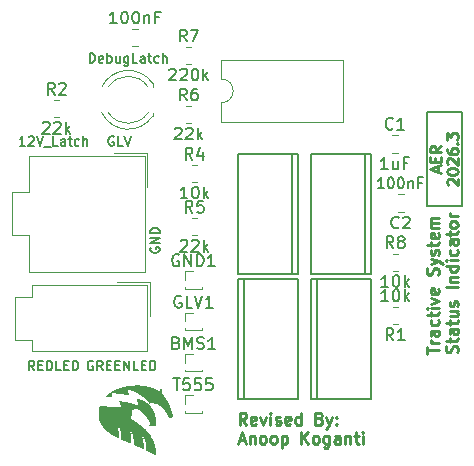
<source format=gbr>
%TF.GenerationSoftware,KiCad,Pcbnew,9.0.7*%
%TF.CreationDate,2026-02-11T19:36:29-08:00*%
%TF.ProjectId,TSSI2026.3,54535349-3230-4323-962e-332e6b696361,rev?*%
%TF.SameCoordinates,Original*%
%TF.FileFunction,Legend,Top*%
%TF.FilePolarity,Positive*%
%FSLAX46Y46*%
G04 Gerber Fmt 4.6, Leading zero omitted, Abs format (unit mm)*
G04 Created by KiCad (PCBNEW 9.0.7) date 2026-02-11 19:36:29*
%MOMM*%
%LPD*%
G01*
G04 APERTURE LIST*
%ADD10C,0.200000*%
%ADD11C,0.225000*%
%ADD12C,0.250000*%
%ADD13C,0.150000*%
%ADD14C,0.000000*%
%ADD15C,0.127000*%
%ADD16C,0.120000*%
G04 APERTURE END LIST*
D10*
X75750000Y-62750000D02*
X78750000Y-62750000D01*
X78750000Y-70750000D01*
X75750000Y-70750000D01*
X75750000Y-62750000D01*
X42529197Y-84641695D02*
X42262530Y-84260742D01*
X42072054Y-84641695D02*
X42072054Y-83841695D01*
X42072054Y-83841695D02*
X42376816Y-83841695D01*
X42376816Y-83841695D02*
X42453006Y-83879790D01*
X42453006Y-83879790D02*
X42491101Y-83917885D01*
X42491101Y-83917885D02*
X42529197Y-83994076D01*
X42529197Y-83994076D02*
X42529197Y-84108361D01*
X42529197Y-84108361D02*
X42491101Y-84184552D01*
X42491101Y-84184552D02*
X42453006Y-84222647D01*
X42453006Y-84222647D02*
X42376816Y-84260742D01*
X42376816Y-84260742D02*
X42072054Y-84260742D01*
X42872054Y-84222647D02*
X43138720Y-84222647D01*
X43253006Y-84641695D02*
X42872054Y-84641695D01*
X42872054Y-84641695D02*
X42872054Y-83841695D01*
X42872054Y-83841695D02*
X43253006Y-83841695D01*
X43595864Y-84641695D02*
X43595864Y-83841695D01*
X43595864Y-83841695D02*
X43786340Y-83841695D01*
X43786340Y-83841695D02*
X43900626Y-83879790D01*
X43900626Y-83879790D02*
X43976816Y-83955980D01*
X43976816Y-83955980D02*
X44014911Y-84032171D01*
X44014911Y-84032171D02*
X44053007Y-84184552D01*
X44053007Y-84184552D02*
X44053007Y-84298838D01*
X44053007Y-84298838D02*
X44014911Y-84451219D01*
X44014911Y-84451219D02*
X43976816Y-84527409D01*
X43976816Y-84527409D02*
X43900626Y-84603600D01*
X43900626Y-84603600D02*
X43786340Y-84641695D01*
X43786340Y-84641695D02*
X43595864Y-84641695D01*
X44776816Y-84641695D02*
X44395864Y-84641695D01*
X44395864Y-84641695D02*
X44395864Y-83841695D01*
X45043483Y-84222647D02*
X45310149Y-84222647D01*
X45424435Y-84641695D02*
X45043483Y-84641695D01*
X45043483Y-84641695D02*
X45043483Y-83841695D01*
X45043483Y-83841695D02*
X45424435Y-83841695D01*
X45767293Y-84641695D02*
X45767293Y-83841695D01*
X45767293Y-83841695D02*
X45957769Y-83841695D01*
X45957769Y-83841695D02*
X46072055Y-83879790D01*
X46072055Y-83879790D02*
X46148245Y-83955980D01*
X46148245Y-83955980D02*
X46186340Y-84032171D01*
X46186340Y-84032171D02*
X46224436Y-84184552D01*
X46224436Y-84184552D02*
X46224436Y-84298838D01*
X46224436Y-84298838D02*
X46186340Y-84451219D01*
X46186340Y-84451219D02*
X46148245Y-84527409D01*
X46148245Y-84527409D02*
X46072055Y-84603600D01*
X46072055Y-84603600D02*
X45957769Y-84641695D01*
X45957769Y-84641695D02*
X45767293Y-84641695D01*
D11*
X76672064Y-67821428D02*
X76672064Y-67392857D01*
X76929207Y-67907142D02*
X76029207Y-67607142D01*
X76029207Y-67607142D02*
X76929207Y-67307142D01*
X76457778Y-67007142D02*
X76457778Y-66707142D01*
X76929207Y-66578570D02*
X76929207Y-67007142D01*
X76929207Y-67007142D02*
X76029207Y-67007142D01*
X76029207Y-67007142D02*
X76029207Y-66578570D01*
X76929207Y-65678570D02*
X76500635Y-65978570D01*
X76929207Y-66192856D02*
X76029207Y-66192856D01*
X76029207Y-66192856D02*
X76029207Y-65849999D01*
X76029207Y-65849999D02*
X76072064Y-65764284D01*
X76072064Y-65764284D02*
X76114921Y-65721427D01*
X76114921Y-65721427D02*
X76200635Y-65678570D01*
X76200635Y-65678570D02*
X76329207Y-65678570D01*
X76329207Y-65678570D02*
X76414921Y-65721427D01*
X76414921Y-65721427D02*
X76457778Y-65764284D01*
X76457778Y-65764284D02*
X76500635Y-65849999D01*
X76500635Y-65849999D02*
X76500635Y-66192856D01*
X77563871Y-68935714D02*
X77521014Y-68892857D01*
X77521014Y-68892857D02*
X77478157Y-68807143D01*
X77478157Y-68807143D02*
X77478157Y-68592857D01*
X77478157Y-68592857D02*
X77521014Y-68507143D01*
X77521014Y-68507143D02*
X77563871Y-68464285D01*
X77563871Y-68464285D02*
X77649585Y-68421428D01*
X77649585Y-68421428D02*
X77735300Y-68421428D01*
X77735300Y-68421428D02*
X77863871Y-68464285D01*
X77863871Y-68464285D02*
X78378157Y-68978571D01*
X78378157Y-68978571D02*
X78378157Y-68421428D01*
X77478157Y-67864285D02*
X77478157Y-67778571D01*
X77478157Y-67778571D02*
X77521014Y-67692857D01*
X77521014Y-67692857D02*
X77563871Y-67650000D01*
X77563871Y-67650000D02*
X77649585Y-67607142D01*
X77649585Y-67607142D02*
X77821014Y-67564285D01*
X77821014Y-67564285D02*
X78035300Y-67564285D01*
X78035300Y-67564285D02*
X78206728Y-67607142D01*
X78206728Y-67607142D02*
X78292442Y-67650000D01*
X78292442Y-67650000D02*
X78335300Y-67692857D01*
X78335300Y-67692857D02*
X78378157Y-67778571D01*
X78378157Y-67778571D02*
X78378157Y-67864285D01*
X78378157Y-67864285D02*
X78335300Y-67950000D01*
X78335300Y-67950000D02*
X78292442Y-67992857D01*
X78292442Y-67992857D02*
X78206728Y-68035714D01*
X78206728Y-68035714D02*
X78035300Y-68078571D01*
X78035300Y-68078571D02*
X77821014Y-68078571D01*
X77821014Y-68078571D02*
X77649585Y-68035714D01*
X77649585Y-68035714D02*
X77563871Y-67992857D01*
X77563871Y-67992857D02*
X77521014Y-67950000D01*
X77521014Y-67950000D02*
X77478157Y-67864285D01*
X77563871Y-67221428D02*
X77521014Y-67178571D01*
X77521014Y-67178571D02*
X77478157Y-67092857D01*
X77478157Y-67092857D02*
X77478157Y-66878571D01*
X77478157Y-66878571D02*
X77521014Y-66792857D01*
X77521014Y-66792857D02*
X77563871Y-66749999D01*
X77563871Y-66749999D02*
X77649585Y-66707142D01*
X77649585Y-66707142D02*
X77735300Y-66707142D01*
X77735300Y-66707142D02*
X77863871Y-66749999D01*
X77863871Y-66749999D02*
X78378157Y-67264285D01*
X78378157Y-67264285D02*
X78378157Y-66707142D01*
X77478157Y-65935714D02*
X77478157Y-66107142D01*
X77478157Y-66107142D02*
X77521014Y-66192856D01*
X77521014Y-66192856D02*
X77563871Y-66235714D01*
X77563871Y-66235714D02*
X77692442Y-66321428D01*
X77692442Y-66321428D02*
X77863871Y-66364285D01*
X77863871Y-66364285D02*
X78206728Y-66364285D01*
X78206728Y-66364285D02*
X78292442Y-66321428D01*
X78292442Y-66321428D02*
X78335300Y-66278571D01*
X78335300Y-66278571D02*
X78378157Y-66192856D01*
X78378157Y-66192856D02*
X78378157Y-66021428D01*
X78378157Y-66021428D02*
X78335300Y-65935714D01*
X78335300Y-65935714D02*
X78292442Y-65892856D01*
X78292442Y-65892856D02*
X78206728Y-65849999D01*
X78206728Y-65849999D02*
X77992442Y-65849999D01*
X77992442Y-65849999D02*
X77906728Y-65892856D01*
X77906728Y-65892856D02*
X77863871Y-65935714D01*
X77863871Y-65935714D02*
X77821014Y-66021428D01*
X77821014Y-66021428D02*
X77821014Y-66192856D01*
X77821014Y-66192856D02*
X77863871Y-66278571D01*
X77863871Y-66278571D02*
X77906728Y-66321428D01*
X77906728Y-66321428D02*
X77992442Y-66364285D01*
X78292442Y-65464285D02*
X78335300Y-65421428D01*
X78335300Y-65421428D02*
X78378157Y-65464285D01*
X78378157Y-65464285D02*
X78335300Y-65507142D01*
X78335300Y-65507142D02*
X78292442Y-65464285D01*
X78292442Y-65464285D02*
X78378157Y-65464285D01*
X77478157Y-65121428D02*
X77478157Y-64564285D01*
X77478157Y-64564285D02*
X77821014Y-64864285D01*
X77821014Y-64864285D02*
X77821014Y-64735714D01*
X77821014Y-64735714D02*
X77863871Y-64650000D01*
X77863871Y-64650000D02*
X77906728Y-64607142D01*
X77906728Y-64607142D02*
X77992442Y-64564285D01*
X77992442Y-64564285D02*
X78206728Y-64564285D01*
X78206728Y-64564285D02*
X78292442Y-64607142D01*
X78292442Y-64607142D02*
X78335300Y-64650000D01*
X78335300Y-64650000D02*
X78378157Y-64735714D01*
X78378157Y-64735714D02*
X78378157Y-64992857D01*
X78378157Y-64992857D02*
X78335300Y-65078571D01*
X78335300Y-65078571D02*
X78292442Y-65121428D01*
D12*
X75754675Y-83240288D02*
X75754675Y-82668860D01*
X76754675Y-82954574D02*
X75754675Y-82954574D01*
X76754675Y-82335526D02*
X76088008Y-82335526D01*
X76278484Y-82335526D02*
X76183246Y-82287907D01*
X76183246Y-82287907D02*
X76135627Y-82240288D01*
X76135627Y-82240288D02*
X76088008Y-82145050D01*
X76088008Y-82145050D02*
X76088008Y-82049812D01*
X76754675Y-81287907D02*
X76230865Y-81287907D01*
X76230865Y-81287907D02*
X76135627Y-81335526D01*
X76135627Y-81335526D02*
X76088008Y-81430764D01*
X76088008Y-81430764D02*
X76088008Y-81621240D01*
X76088008Y-81621240D02*
X76135627Y-81716478D01*
X76707056Y-81287907D02*
X76754675Y-81383145D01*
X76754675Y-81383145D02*
X76754675Y-81621240D01*
X76754675Y-81621240D02*
X76707056Y-81716478D01*
X76707056Y-81716478D02*
X76611817Y-81764097D01*
X76611817Y-81764097D02*
X76516579Y-81764097D01*
X76516579Y-81764097D02*
X76421341Y-81716478D01*
X76421341Y-81716478D02*
X76373722Y-81621240D01*
X76373722Y-81621240D02*
X76373722Y-81383145D01*
X76373722Y-81383145D02*
X76326103Y-81287907D01*
X76707056Y-80383145D02*
X76754675Y-80478383D01*
X76754675Y-80478383D02*
X76754675Y-80668859D01*
X76754675Y-80668859D02*
X76707056Y-80764097D01*
X76707056Y-80764097D02*
X76659436Y-80811716D01*
X76659436Y-80811716D02*
X76564198Y-80859335D01*
X76564198Y-80859335D02*
X76278484Y-80859335D01*
X76278484Y-80859335D02*
X76183246Y-80811716D01*
X76183246Y-80811716D02*
X76135627Y-80764097D01*
X76135627Y-80764097D02*
X76088008Y-80668859D01*
X76088008Y-80668859D02*
X76088008Y-80478383D01*
X76088008Y-80478383D02*
X76135627Y-80383145D01*
X76088008Y-80097430D02*
X76088008Y-79716478D01*
X75754675Y-79954573D02*
X76611817Y-79954573D01*
X76611817Y-79954573D02*
X76707056Y-79906954D01*
X76707056Y-79906954D02*
X76754675Y-79811716D01*
X76754675Y-79811716D02*
X76754675Y-79716478D01*
X76754675Y-79383144D02*
X76088008Y-79383144D01*
X75754675Y-79383144D02*
X75802294Y-79430763D01*
X75802294Y-79430763D02*
X75849913Y-79383144D01*
X75849913Y-79383144D02*
X75802294Y-79335525D01*
X75802294Y-79335525D02*
X75754675Y-79383144D01*
X75754675Y-79383144D02*
X75849913Y-79383144D01*
X76088008Y-79002192D02*
X76754675Y-78764097D01*
X76754675Y-78764097D02*
X76088008Y-78526002D01*
X76707056Y-77764097D02*
X76754675Y-77859335D01*
X76754675Y-77859335D02*
X76754675Y-78049811D01*
X76754675Y-78049811D02*
X76707056Y-78145049D01*
X76707056Y-78145049D02*
X76611817Y-78192668D01*
X76611817Y-78192668D02*
X76230865Y-78192668D01*
X76230865Y-78192668D02*
X76135627Y-78145049D01*
X76135627Y-78145049D02*
X76088008Y-78049811D01*
X76088008Y-78049811D02*
X76088008Y-77859335D01*
X76088008Y-77859335D02*
X76135627Y-77764097D01*
X76135627Y-77764097D02*
X76230865Y-77716478D01*
X76230865Y-77716478D02*
X76326103Y-77716478D01*
X76326103Y-77716478D02*
X76421341Y-78192668D01*
X76707056Y-76573620D02*
X76754675Y-76430763D01*
X76754675Y-76430763D02*
X76754675Y-76192668D01*
X76754675Y-76192668D02*
X76707056Y-76097430D01*
X76707056Y-76097430D02*
X76659436Y-76049811D01*
X76659436Y-76049811D02*
X76564198Y-76002192D01*
X76564198Y-76002192D02*
X76468960Y-76002192D01*
X76468960Y-76002192D02*
X76373722Y-76049811D01*
X76373722Y-76049811D02*
X76326103Y-76097430D01*
X76326103Y-76097430D02*
X76278484Y-76192668D01*
X76278484Y-76192668D02*
X76230865Y-76383144D01*
X76230865Y-76383144D02*
X76183246Y-76478382D01*
X76183246Y-76478382D02*
X76135627Y-76526001D01*
X76135627Y-76526001D02*
X76040389Y-76573620D01*
X76040389Y-76573620D02*
X75945151Y-76573620D01*
X75945151Y-76573620D02*
X75849913Y-76526001D01*
X75849913Y-76526001D02*
X75802294Y-76478382D01*
X75802294Y-76478382D02*
X75754675Y-76383144D01*
X75754675Y-76383144D02*
X75754675Y-76145049D01*
X75754675Y-76145049D02*
X75802294Y-76002192D01*
X76088008Y-75668858D02*
X76754675Y-75430763D01*
X76088008Y-75192668D02*
X76754675Y-75430763D01*
X76754675Y-75430763D02*
X76992770Y-75526001D01*
X76992770Y-75526001D02*
X77040389Y-75573620D01*
X77040389Y-75573620D02*
X77088008Y-75668858D01*
X76707056Y-74859334D02*
X76754675Y-74764096D01*
X76754675Y-74764096D02*
X76754675Y-74573620D01*
X76754675Y-74573620D02*
X76707056Y-74478382D01*
X76707056Y-74478382D02*
X76611817Y-74430763D01*
X76611817Y-74430763D02*
X76564198Y-74430763D01*
X76564198Y-74430763D02*
X76468960Y-74478382D01*
X76468960Y-74478382D02*
X76421341Y-74573620D01*
X76421341Y-74573620D02*
X76421341Y-74716477D01*
X76421341Y-74716477D02*
X76373722Y-74811715D01*
X76373722Y-74811715D02*
X76278484Y-74859334D01*
X76278484Y-74859334D02*
X76230865Y-74859334D01*
X76230865Y-74859334D02*
X76135627Y-74811715D01*
X76135627Y-74811715D02*
X76088008Y-74716477D01*
X76088008Y-74716477D02*
X76088008Y-74573620D01*
X76088008Y-74573620D02*
X76135627Y-74478382D01*
X76088008Y-74145048D02*
X76088008Y-73764096D01*
X75754675Y-74002191D02*
X76611817Y-74002191D01*
X76611817Y-74002191D02*
X76707056Y-73954572D01*
X76707056Y-73954572D02*
X76754675Y-73859334D01*
X76754675Y-73859334D02*
X76754675Y-73764096D01*
X76707056Y-73049810D02*
X76754675Y-73145048D01*
X76754675Y-73145048D02*
X76754675Y-73335524D01*
X76754675Y-73335524D02*
X76707056Y-73430762D01*
X76707056Y-73430762D02*
X76611817Y-73478381D01*
X76611817Y-73478381D02*
X76230865Y-73478381D01*
X76230865Y-73478381D02*
X76135627Y-73430762D01*
X76135627Y-73430762D02*
X76088008Y-73335524D01*
X76088008Y-73335524D02*
X76088008Y-73145048D01*
X76088008Y-73145048D02*
X76135627Y-73049810D01*
X76135627Y-73049810D02*
X76230865Y-73002191D01*
X76230865Y-73002191D02*
X76326103Y-73002191D01*
X76326103Y-73002191D02*
X76421341Y-73478381D01*
X76754675Y-72573619D02*
X76088008Y-72573619D01*
X76183246Y-72573619D02*
X76135627Y-72526000D01*
X76135627Y-72526000D02*
X76088008Y-72430762D01*
X76088008Y-72430762D02*
X76088008Y-72287905D01*
X76088008Y-72287905D02*
X76135627Y-72192667D01*
X76135627Y-72192667D02*
X76230865Y-72145048D01*
X76230865Y-72145048D02*
X76754675Y-72145048D01*
X76230865Y-72145048D02*
X76135627Y-72097429D01*
X76135627Y-72097429D02*
X76088008Y-72002191D01*
X76088008Y-72002191D02*
X76088008Y-71859334D01*
X76088008Y-71859334D02*
X76135627Y-71764095D01*
X76135627Y-71764095D02*
X76230865Y-71716476D01*
X76230865Y-71716476D02*
X76754675Y-71716476D01*
X78317000Y-83145050D02*
X78364619Y-83002193D01*
X78364619Y-83002193D02*
X78364619Y-82764098D01*
X78364619Y-82764098D02*
X78317000Y-82668860D01*
X78317000Y-82668860D02*
X78269380Y-82621241D01*
X78269380Y-82621241D02*
X78174142Y-82573622D01*
X78174142Y-82573622D02*
X78078904Y-82573622D01*
X78078904Y-82573622D02*
X77983666Y-82621241D01*
X77983666Y-82621241D02*
X77936047Y-82668860D01*
X77936047Y-82668860D02*
X77888428Y-82764098D01*
X77888428Y-82764098D02*
X77840809Y-82954574D01*
X77840809Y-82954574D02*
X77793190Y-83049812D01*
X77793190Y-83049812D02*
X77745571Y-83097431D01*
X77745571Y-83097431D02*
X77650333Y-83145050D01*
X77650333Y-83145050D02*
X77555095Y-83145050D01*
X77555095Y-83145050D02*
X77459857Y-83097431D01*
X77459857Y-83097431D02*
X77412238Y-83049812D01*
X77412238Y-83049812D02*
X77364619Y-82954574D01*
X77364619Y-82954574D02*
X77364619Y-82716479D01*
X77364619Y-82716479D02*
X77412238Y-82573622D01*
X77697952Y-82287907D02*
X77697952Y-81906955D01*
X77364619Y-82145050D02*
X78221761Y-82145050D01*
X78221761Y-82145050D02*
X78317000Y-82097431D01*
X78317000Y-82097431D02*
X78364619Y-82002193D01*
X78364619Y-82002193D02*
X78364619Y-81906955D01*
X78364619Y-81145050D02*
X77840809Y-81145050D01*
X77840809Y-81145050D02*
X77745571Y-81192669D01*
X77745571Y-81192669D02*
X77697952Y-81287907D01*
X77697952Y-81287907D02*
X77697952Y-81478383D01*
X77697952Y-81478383D02*
X77745571Y-81573621D01*
X78317000Y-81145050D02*
X78364619Y-81240288D01*
X78364619Y-81240288D02*
X78364619Y-81478383D01*
X78364619Y-81478383D02*
X78317000Y-81573621D01*
X78317000Y-81573621D02*
X78221761Y-81621240D01*
X78221761Y-81621240D02*
X78126523Y-81621240D01*
X78126523Y-81621240D02*
X78031285Y-81573621D01*
X78031285Y-81573621D02*
X77983666Y-81478383D01*
X77983666Y-81478383D02*
X77983666Y-81240288D01*
X77983666Y-81240288D02*
X77936047Y-81145050D01*
X77697952Y-80811716D02*
X77697952Y-80430764D01*
X77364619Y-80668859D02*
X78221761Y-80668859D01*
X78221761Y-80668859D02*
X78317000Y-80621240D01*
X78317000Y-80621240D02*
X78364619Y-80526002D01*
X78364619Y-80526002D02*
X78364619Y-80430764D01*
X77697952Y-79668859D02*
X78364619Y-79668859D01*
X77697952Y-80097430D02*
X78221761Y-80097430D01*
X78221761Y-80097430D02*
X78317000Y-80049811D01*
X78317000Y-80049811D02*
X78364619Y-79954573D01*
X78364619Y-79954573D02*
X78364619Y-79811716D01*
X78364619Y-79811716D02*
X78317000Y-79716478D01*
X78317000Y-79716478D02*
X78269380Y-79668859D01*
X78317000Y-79240287D02*
X78364619Y-79145049D01*
X78364619Y-79145049D02*
X78364619Y-78954573D01*
X78364619Y-78954573D02*
X78317000Y-78859335D01*
X78317000Y-78859335D02*
X78221761Y-78811716D01*
X78221761Y-78811716D02*
X78174142Y-78811716D01*
X78174142Y-78811716D02*
X78078904Y-78859335D01*
X78078904Y-78859335D02*
X78031285Y-78954573D01*
X78031285Y-78954573D02*
X78031285Y-79097430D01*
X78031285Y-79097430D02*
X77983666Y-79192668D01*
X77983666Y-79192668D02*
X77888428Y-79240287D01*
X77888428Y-79240287D02*
X77840809Y-79240287D01*
X77840809Y-79240287D02*
X77745571Y-79192668D01*
X77745571Y-79192668D02*
X77697952Y-79097430D01*
X77697952Y-79097430D02*
X77697952Y-78954573D01*
X77697952Y-78954573D02*
X77745571Y-78859335D01*
X78364619Y-77621239D02*
X77364619Y-77621239D01*
X77697952Y-77145049D02*
X78364619Y-77145049D01*
X77793190Y-77145049D02*
X77745571Y-77097430D01*
X77745571Y-77097430D02*
X77697952Y-77002192D01*
X77697952Y-77002192D02*
X77697952Y-76859335D01*
X77697952Y-76859335D02*
X77745571Y-76764097D01*
X77745571Y-76764097D02*
X77840809Y-76716478D01*
X77840809Y-76716478D02*
X78364619Y-76716478D01*
X78364619Y-75811716D02*
X77364619Y-75811716D01*
X78317000Y-75811716D02*
X78364619Y-75906954D01*
X78364619Y-75906954D02*
X78364619Y-76097430D01*
X78364619Y-76097430D02*
X78317000Y-76192668D01*
X78317000Y-76192668D02*
X78269380Y-76240287D01*
X78269380Y-76240287D02*
X78174142Y-76287906D01*
X78174142Y-76287906D02*
X77888428Y-76287906D01*
X77888428Y-76287906D02*
X77793190Y-76240287D01*
X77793190Y-76240287D02*
X77745571Y-76192668D01*
X77745571Y-76192668D02*
X77697952Y-76097430D01*
X77697952Y-76097430D02*
X77697952Y-75906954D01*
X77697952Y-75906954D02*
X77745571Y-75811716D01*
X78364619Y-75335525D02*
X77697952Y-75335525D01*
X77364619Y-75335525D02*
X77412238Y-75383144D01*
X77412238Y-75383144D02*
X77459857Y-75335525D01*
X77459857Y-75335525D02*
X77412238Y-75287906D01*
X77412238Y-75287906D02*
X77364619Y-75335525D01*
X77364619Y-75335525D02*
X77459857Y-75335525D01*
X78317000Y-74430764D02*
X78364619Y-74526002D01*
X78364619Y-74526002D02*
X78364619Y-74716478D01*
X78364619Y-74716478D02*
X78317000Y-74811716D01*
X78317000Y-74811716D02*
X78269380Y-74859335D01*
X78269380Y-74859335D02*
X78174142Y-74906954D01*
X78174142Y-74906954D02*
X77888428Y-74906954D01*
X77888428Y-74906954D02*
X77793190Y-74859335D01*
X77793190Y-74859335D02*
X77745571Y-74811716D01*
X77745571Y-74811716D02*
X77697952Y-74716478D01*
X77697952Y-74716478D02*
X77697952Y-74526002D01*
X77697952Y-74526002D02*
X77745571Y-74430764D01*
X78364619Y-73573621D02*
X77840809Y-73573621D01*
X77840809Y-73573621D02*
X77745571Y-73621240D01*
X77745571Y-73621240D02*
X77697952Y-73716478D01*
X77697952Y-73716478D02*
X77697952Y-73906954D01*
X77697952Y-73906954D02*
X77745571Y-74002192D01*
X78317000Y-73573621D02*
X78364619Y-73668859D01*
X78364619Y-73668859D02*
X78364619Y-73906954D01*
X78364619Y-73906954D02*
X78317000Y-74002192D01*
X78317000Y-74002192D02*
X78221761Y-74049811D01*
X78221761Y-74049811D02*
X78126523Y-74049811D01*
X78126523Y-74049811D02*
X78031285Y-74002192D01*
X78031285Y-74002192D02*
X77983666Y-73906954D01*
X77983666Y-73906954D02*
X77983666Y-73668859D01*
X77983666Y-73668859D02*
X77936047Y-73573621D01*
X77697952Y-73240287D02*
X77697952Y-72859335D01*
X77364619Y-73097430D02*
X78221761Y-73097430D01*
X78221761Y-73097430D02*
X78317000Y-73049811D01*
X78317000Y-73049811D02*
X78364619Y-72954573D01*
X78364619Y-72954573D02*
X78364619Y-72859335D01*
X78364619Y-72383144D02*
X78317000Y-72478382D01*
X78317000Y-72478382D02*
X78269380Y-72526001D01*
X78269380Y-72526001D02*
X78174142Y-72573620D01*
X78174142Y-72573620D02*
X77888428Y-72573620D01*
X77888428Y-72573620D02*
X77793190Y-72526001D01*
X77793190Y-72526001D02*
X77745571Y-72478382D01*
X77745571Y-72478382D02*
X77697952Y-72383144D01*
X77697952Y-72383144D02*
X77697952Y-72240287D01*
X77697952Y-72240287D02*
X77745571Y-72145049D01*
X77745571Y-72145049D02*
X77793190Y-72097430D01*
X77793190Y-72097430D02*
X77888428Y-72049811D01*
X77888428Y-72049811D02*
X78174142Y-72049811D01*
X78174142Y-72049811D02*
X78269380Y-72097430D01*
X78269380Y-72097430D02*
X78317000Y-72145049D01*
X78317000Y-72145049D02*
X78364619Y-72240287D01*
X78364619Y-72240287D02*
X78364619Y-72383144D01*
X78364619Y-71621239D02*
X77697952Y-71621239D01*
X77888428Y-71621239D02*
X77793190Y-71573620D01*
X77793190Y-71573620D02*
X77745571Y-71526001D01*
X77745571Y-71526001D02*
X77697952Y-71430763D01*
X77697952Y-71430763D02*
X77697952Y-71335525D01*
X60473996Y-89254675D02*
X60140663Y-88778484D01*
X59902568Y-89254675D02*
X59902568Y-88254675D01*
X59902568Y-88254675D02*
X60283520Y-88254675D01*
X60283520Y-88254675D02*
X60378758Y-88302294D01*
X60378758Y-88302294D02*
X60426377Y-88349913D01*
X60426377Y-88349913D02*
X60473996Y-88445151D01*
X60473996Y-88445151D02*
X60473996Y-88588008D01*
X60473996Y-88588008D02*
X60426377Y-88683246D01*
X60426377Y-88683246D02*
X60378758Y-88730865D01*
X60378758Y-88730865D02*
X60283520Y-88778484D01*
X60283520Y-88778484D02*
X59902568Y-88778484D01*
X61283520Y-89207056D02*
X61188282Y-89254675D01*
X61188282Y-89254675D02*
X60997806Y-89254675D01*
X60997806Y-89254675D02*
X60902568Y-89207056D01*
X60902568Y-89207056D02*
X60854949Y-89111817D01*
X60854949Y-89111817D02*
X60854949Y-88730865D01*
X60854949Y-88730865D02*
X60902568Y-88635627D01*
X60902568Y-88635627D02*
X60997806Y-88588008D01*
X60997806Y-88588008D02*
X61188282Y-88588008D01*
X61188282Y-88588008D02*
X61283520Y-88635627D01*
X61283520Y-88635627D02*
X61331139Y-88730865D01*
X61331139Y-88730865D02*
X61331139Y-88826103D01*
X61331139Y-88826103D02*
X60854949Y-88921341D01*
X61664473Y-88588008D02*
X61902568Y-89254675D01*
X61902568Y-89254675D02*
X62140663Y-88588008D01*
X62521616Y-89254675D02*
X62521616Y-88588008D01*
X62521616Y-88254675D02*
X62473997Y-88302294D01*
X62473997Y-88302294D02*
X62521616Y-88349913D01*
X62521616Y-88349913D02*
X62569235Y-88302294D01*
X62569235Y-88302294D02*
X62521616Y-88254675D01*
X62521616Y-88254675D02*
X62521616Y-88349913D01*
X62950187Y-89207056D02*
X63045425Y-89254675D01*
X63045425Y-89254675D02*
X63235901Y-89254675D01*
X63235901Y-89254675D02*
X63331139Y-89207056D01*
X63331139Y-89207056D02*
X63378758Y-89111817D01*
X63378758Y-89111817D02*
X63378758Y-89064198D01*
X63378758Y-89064198D02*
X63331139Y-88968960D01*
X63331139Y-88968960D02*
X63235901Y-88921341D01*
X63235901Y-88921341D02*
X63093044Y-88921341D01*
X63093044Y-88921341D02*
X62997806Y-88873722D01*
X62997806Y-88873722D02*
X62950187Y-88778484D01*
X62950187Y-88778484D02*
X62950187Y-88730865D01*
X62950187Y-88730865D02*
X62997806Y-88635627D01*
X62997806Y-88635627D02*
X63093044Y-88588008D01*
X63093044Y-88588008D02*
X63235901Y-88588008D01*
X63235901Y-88588008D02*
X63331139Y-88635627D01*
X64188282Y-89207056D02*
X64093044Y-89254675D01*
X64093044Y-89254675D02*
X63902568Y-89254675D01*
X63902568Y-89254675D02*
X63807330Y-89207056D01*
X63807330Y-89207056D02*
X63759711Y-89111817D01*
X63759711Y-89111817D02*
X63759711Y-88730865D01*
X63759711Y-88730865D02*
X63807330Y-88635627D01*
X63807330Y-88635627D02*
X63902568Y-88588008D01*
X63902568Y-88588008D02*
X64093044Y-88588008D01*
X64093044Y-88588008D02*
X64188282Y-88635627D01*
X64188282Y-88635627D02*
X64235901Y-88730865D01*
X64235901Y-88730865D02*
X64235901Y-88826103D01*
X64235901Y-88826103D02*
X63759711Y-88921341D01*
X65093044Y-89254675D02*
X65093044Y-88254675D01*
X65093044Y-89207056D02*
X64997806Y-89254675D01*
X64997806Y-89254675D02*
X64807330Y-89254675D01*
X64807330Y-89254675D02*
X64712092Y-89207056D01*
X64712092Y-89207056D02*
X64664473Y-89159436D01*
X64664473Y-89159436D02*
X64616854Y-89064198D01*
X64616854Y-89064198D02*
X64616854Y-88778484D01*
X64616854Y-88778484D02*
X64664473Y-88683246D01*
X64664473Y-88683246D02*
X64712092Y-88635627D01*
X64712092Y-88635627D02*
X64807330Y-88588008D01*
X64807330Y-88588008D02*
X64997806Y-88588008D01*
X64997806Y-88588008D02*
X65093044Y-88635627D01*
X66664473Y-88730865D02*
X66807330Y-88778484D01*
X66807330Y-88778484D02*
X66854949Y-88826103D01*
X66854949Y-88826103D02*
X66902568Y-88921341D01*
X66902568Y-88921341D02*
X66902568Y-89064198D01*
X66902568Y-89064198D02*
X66854949Y-89159436D01*
X66854949Y-89159436D02*
X66807330Y-89207056D01*
X66807330Y-89207056D02*
X66712092Y-89254675D01*
X66712092Y-89254675D02*
X66331140Y-89254675D01*
X66331140Y-89254675D02*
X66331140Y-88254675D01*
X66331140Y-88254675D02*
X66664473Y-88254675D01*
X66664473Y-88254675D02*
X66759711Y-88302294D01*
X66759711Y-88302294D02*
X66807330Y-88349913D01*
X66807330Y-88349913D02*
X66854949Y-88445151D01*
X66854949Y-88445151D02*
X66854949Y-88540389D01*
X66854949Y-88540389D02*
X66807330Y-88635627D01*
X66807330Y-88635627D02*
X66759711Y-88683246D01*
X66759711Y-88683246D02*
X66664473Y-88730865D01*
X66664473Y-88730865D02*
X66331140Y-88730865D01*
X67235902Y-88588008D02*
X67473997Y-89254675D01*
X67712092Y-88588008D02*
X67473997Y-89254675D01*
X67473997Y-89254675D02*
X67378759Y-89492770D01*
X67378759Y-89492770D02*
X67331140Y-89540389D01*
X67331140Y-89540389D02*
X67235902Y-89588008D01*
X68093045Y-89159436D02*
X68140664Y-89207056D01*
X68140664Y-89207056D02*
X68093045Y-89254675D01*
X68093045Y-89254675D02*
X68045426Y-89207056D01*
X68045426Y-89207056D02*
X68093045Y-89159436D01*
X68093045Y-89159436D02*
X68093045Y-89254675D01*
X68093045Y-88635627D02*
X68140664Y-88683246D01*
X68140664Y-88683246D02*
X68093045Y-88730865D01*
X68093045Y-88730865D02*
X68045426Y-88683246D01*
X68045426Y-88683246D02*
X68093045Y-88635627D01*
X68093045Y-88635627D02*
X68093045Y-88730865D01*
X59854949Y-90578904D02*
X60331139Y-90578904D01*
X59759711Y-90864619D02*
X60093044Y-89864619D01*
X60093044Y-89864619D02*
X60426377Y-90864619D01*
X60759711Y-90197952D02*
X60759711Y-90864619D01*
X60759711Y-90293190D02*
X60807330Y-90245571D01*
X60807330Y-90245571D02*
X60902568Y-90197952D01*
X60902568Y-90197952D02*
X61045425Y-90197952D01*
X61045425Y-90197952D02*
X61140663Y-90245571D01*
X61140663Y-90245571D02*
X61188282Y-90340809D01*
X61188282Y-90340809D02*
X61188282Y-90864619D01*
X61807330Y-90864619D02*
X61712092Y-90817000D01*
X61712092Y-90817000D02*
X61664473Y-90769380D01*
X61664473Y-90769380D02*
X61616854Y-90674142D01*
X61616854Y-90674142D02*
X61616854Y-90388428D01*
X61616854Y-90388428D02*
X61664473Y-90293190D01*
X61664473Y-90293190D02*
X61712092Y-90245571D01*
X61712092Y-90245571D02*
X61807330Y-90197952D01*
X61807330Y-90197952D02*
X61950187Y-90197952D01*
X61950187Y-90197952D02*
X62045425Y-90245571D01*
X62045425Y-90245571D02*
X62093044Y-90293190D01*
X62093044Y-90293190D02*
X62140663Y-90388428D01*
X62140663Y-90388428D02*
X62140663Y-90674142D01*
X62140663Y-90674142D02*
X62093044Y-90769380D01*
X62093044Y-90769380D02*
X62045425Y-90817000D01*
X62045425Y-90817000D02*
X61950187Y-90864619D01*
X61950187Y-90864619D02*
X61807330Y-90864619D01*
X62712092Y-90864619D02*
X62616854Y-90817000D01*
X62616854Y-90817000D02*
X62569235Y-90769380D01*
X62569235Y-90769380D02*
X62521616Y-90674142D01*
X62521616Y-90674142D02*
X62521616Y-90388428D01*
X62521616Y-90388428D02*
X62569235Y-90293190D01*
X62569235Y-90293190D02*
X62616854Y-90245571D01*
X62616854Y-90245571D02*
X62712092Y-90197952D01*
X62712092Y-90197952D02*
X62854949Y-90197952D01*
X62854949Y-90197952D02*
X62950187Y-90245571D01*
X62950187Y-90245571D02*
X62997806Y-90293190D01*
X62997806Y-90293190D02*
X63045425Y-90388428D01*
X63045425Y-90388428D02*
X63045425Y-90674142D01*
X63045425Y-90674142D02*
X62997806Y-90769380D01*
X62997806Y-90769380D02*
X62950187Y-90817000D01*
X62950187Y-90817000D02*
X62854949Y-90864619D01*
X62854949Y-90864619D02*
X62712092Y-90864619D01*
X63473997Y-90197952D02*
X63473997Y-91197952D01*
X63473997Y-90245571D02*
X63569235Y-90197952D01*
X63569235Y-90197952D02*
X63759711Y-90197952D01*
X63759711Y-90197952D02*
X63854949Y-90245571D01*
X63854949Y-90245571D02*
X63902568Y-90293190D01*
X63902568Y-90293190D02*
X63950187Y-90388428D01*
X63950187Y-90388428D02*
X63950187Y-90674142D01*
X63950187Y-90674142D02*
X63902568Y-90769380D01*
X63902568Y-90769380D02*
X63854949Y-90817000D01*
X63854949Y-90817000D02*
X63759711Y-90864619D01*
X63759711Y-90864619D02*
X63569235Y-90864619D01*
X63569235Y-90864619D02*
X63473997Y-90817000D01*
X65140664Y-90864619D02*
X65140664Y-89864619D01*
X65712092Y-90864619D02*
X65283521Y-90293190D01*
X65712092Y-89864619D02*
X65140664Y-90436047D01*
X66283521Y-90864619D02*
X66188283Y-90817000D01*
X66188283Y-90817000D02*
X66140664Y-90769380D01*
X66140664Y-90769380D02*
X66093045Y-90674142D01*
X66093045Y-90674142D02*
X66093045Y-90388428D01*
X66093045Y-90388428D02*
X66140664Y-90293190D01*
X66140664Y-90293190D02*
X66188283Y-90245571D01*
X66188283Y-90245571D02*
X66283521Y-90197952D01*
X66283521Y-90197952D02*
X66426378Y-90197952D01*
X66426378Y-90197952D02*
X66521616Y-90245571D01*
X66521616Y-90245571D02*
X66569235Y-90293190D01*
X66569235Y-90293190D02*
X66616854Y-90388428D01*
X66616854Y-90388428D02*
X66616854Y-90674142D01*
X66616854Y-90674142D02*
X66569235Y-90769380D01*
X66569235Y-90769380D02*
X66521616Y-90817000D01*
X66521616Y-90817000D02*
X66426378Y-90864619D01*
X66426378Y-90864619D02*
X66283521Y-90864619D01*
X67473997Y-90197952D02*
X67473997Y-91007476D01*
X67473997Y-91007476D02*
X67426378Y-91102714D01*
X67426378Y-91102714D02*
X67378759Y-91150333D01*
X67378759Y-91150333D02*
X67283521Y-91197952D01*
X67283521Y-91197952D02*
X67140664Y-91197952D01*
X67140664Y-91197952D02*
X67045426Y-91150333D01*
X67473997Y-90817000D02*
X67378759Y-90864619D01*
X67378759Y-90864619D02*
X67188283Y-90864619D01*
X67188283Y-90864619D02*
X67093045Y-90817000D01*
X67093045Y-90817000D02*
X67045426Y-90769380D01*
X67045426Y-90769380D02*
X66997807Y-90674142D01*
X66997807Y-90674142D02*
X66997807Y-90388428D01*
X66997807Y-90388428D02*
X67045426Y-90293190D01*
X67045426Y-90293190D02*
X67093045Y-90245571D01*
X67093045Y-90245571D02*
X67188283Y-90197952D01*
X67188283Y-90197952D02*
X67378759Y-90197952D01*
X67378759Y-90197952D02*
X67473997Y-90245571D01*
X68378759Y-90864619D02*
X68378759Y-90340809D01*
X68378759Y-90340809D02*
X68331140Y-90245571D01*
X68331140Y-90245571D02*
X68235902Y-90197952D01*
X68235902Y-90197952D02*
X68045426Y-90197952D01*
X68045426Y-90197952D02*
X67950188Y-90245571D01*
X68378759Y-90817000D02*
X68283521Y-90864619D01*
X68283521Y-90864619D02*
X68045426Y-90864619D01*
X68045426Y-90864619D02*
X67950188Y-90817000D01*
X67950188Y-90817000D02*
X67902569Y-90721761D01*
X67902569Y-90721761D02*
X67902569Y-90626523D01*
X67902569Y-90626523D02*
X67950188Y-90531285D01*
X67950188Y-90531285D02*
X68045426Y-90483666D01*
X68045426Y-90483666D02*
X68283521Y-90483666D01*
X68283521Y-90483666D02*
X68378759Y-90436047D01*
X68854950Y-90197952D02*
X68854950Y-90864619D01*
X68854950Y-90293190D02*
X68902569Y-90245571D01*
X68902569Y-90245571D02*
X68997807Y-90197952D01*
X68997807Y-90197952D02*
X69140664Y-90197952D01*
X69140664Y-90197952D02*
X69235902Y-90245571D01*
X69235902Y-90245571D02*
X69283521Y-90340809D01*
X69283521Y-90340809D02*
X69283521Y-90864619D01*
X69616855Y-90197952D02*
X69997807Y-90197952D01*
X69759712Y-89864619D02*
X69759712Y-90721761D01*
X69759712Y-90721761D02*
X69807331Y-90817000D01*
X69807331Y-90817000D02*
X69902569Y-90864619D01*
X69902569Y-90864619D02*
X69997807Y-90864619D01*
X70331141Y-90864619D02*
X70331141Y-90197952D01*
X70331141Y-89864619D02*
X70283522Y-89912238D01*
X70283522Y-89912238D02*
X70331141Y-89959857D01*
X70331141Y-89959857D02*
X70378760Y-89912238D01*
X70378760Y-89912238D02*
X70331141Y-89864619D01*
X70331141Y-89864619D02*
X70331141Y-89959857D01*
D10*
X47491101Y-83879790D02*
X47414911Y-83841695D01*
X47414911Y-83841695D02*
X47300625Y-83841695D01*
X47300625Y-83841695D02*
X47186339Y-83879790D01*
X47186339Y-83879790D02*
X47110149Y-83955980D01*
X47110149Y-83955980D02*
X47072054Y-84032171D01*
X47072054Y-84032171D02*
X47033958Y-84184552D01*
X47033958Y-84184552D02*
X47033958Y-84298838D01*
X47033958Y-84298838D02*
X47072054Y-84451219D01*
X47072054Y-84451219D02*
X47110149Y-84527409D01*
X47110149Y-84527409D02*
X47186339Y-84603600D01*
X47186339Y-84603600D02*
X47300625Y-84641695D01*
X47300625Y-84641695D02*
X47376816Y-84641695D01*
X47376816Y-84641695D02*
X47491101Y-84603600D01*
X47491101Y-84603600D02*
X47529197Y-84565504D01*
X47529197Y-84565504D02*
X47529197Y-84298838D01*
X47529197Y-84298838D02*
X47376816Y-84298838D01*
X48329197Y-84641695D02*
X48062530Y-84260742D01*
X47872054Y-84641695D02*
X47872054Y-83841695D01*
X47872054Y-83841695D02*
X48176816Y-83841695D01*
X48176816Y-83841695D02*
X48253006Y-83879790D01*
X48253006Y-83879790D02*
X48291101Y-83917885D01*
X48291101Y-83917885D02*
X48329197Y-83994076D01*
X48329197Y-83994076D02*
X48329197Y-84108361D01*
X48329197Y-84108361D02*
X48291101Y-84184552D01*
X48291101Y-84184552D02*
X48253006Y-84222647D01*
X48253006Y-84222647D02*
X48176816Y-84260742D01*
X48176816Y-84260742D02*
X47872054Y-84260742D01*
X48672054Y-84222647D02*
X48938720Y-84222647D01*
X49053006Y-84641695D02*
X48672054Y-84641695D01*
X48672054Y-84641695D02*
X48672054Y-83841695D01*
X48672054Y-83841695D02*
X49053006Y-83841695D01*
X49395864Y-84222647D02*
X49662530Y-84222647D01*
X49776816Y-84641695D02*
X49395864Y-84641695D01*
X49395864Y-84641695D02*
X49395864Y-83841695D01*
X49395864Y-83841695D02*
X49776816Y-83841695D01*
X50119674Y-84641695D02*
X50119674Y-83841695D01*
X50119674Y-83841695D02*
X50576817Y-84641695D01*
X50576817Y-84641695D02*
X50576817Y-83841695D01*
X51338721Y-84641695D02*
X50957769Y-84641695D01*
X50957769Y-84641695D02*
X50957769Y-83841695D01*
X51605388Y-84222647D02*
X51872054Y-84222647D01*
X51986340Y-84641695D02*
X51605388Y-84641695D01*
X51605388Y-84641695D02*
X51605388Y-83841695D01*
X51605388Y-83841695D02*
X51986340Y-83841695D01*
X52329198Y-84641695D02*
X52329198Y-83841695D01*
X52329198Y-83841695D02*
X52519674Y-83841695D01*
X52519674Y-83841695D02*
X52633960Y-83879790D01*
X52633960Y-83879790D02*
X52710150Y-83955980D01*
X52710150Y-83955980D02*
X52748245Y-84032171D01*
X52748245Y-84032171D02*
X52786341Y-84184552D01*
X52786341Y-84184552D02*
X52786341Y-84298838D01*
X52786341Y-84298838D02*
X52748245Y-84451219D01*
X52748245Y-84451219D02*
X52710150Y-84527409D01*
X52710150Y-84527409D02*
X52633960Y-84603600D01*
X52633960Y-84603600D02*
X52519674Y-84641695D01*
X52519674Y-84641695D02*
X52329198Y-84641695D01*
X52379790Y-74258898D02*
X52341695Y-74335088D01*
X52341695Y-74335088D02*
X52341695Y-74449374D01*
X52341695Y-74449374D02*
X52379790Y-74563660D01*
X52379790Y-74563660D02*
X52455980Y-74639850D01*
X52455980Y-74639850D02*
X52532171Y-74677945D01*
X52532171Y-74677945D02*
X52684552Y-74716041D01*
X52684552Y-74716041D02*
X52798838Y-74716041D01*
X52798838Y-74716041D02*
X52951219Y-74677945D01*
X52951219Y-74677945D02*
X53027409Y-74639850D01*
X53027409Y-74639850D02*
X53103600Y-74563660D01*
X53103600Y-74563660D02*
X53141695Y-74449374D01*
X53141695Y-74449374D02*
X53141695Y-74373183D01*
X53141695Y-74373183D02*
X53103600Y-74258898D01*
X53103600Y-74258898D02*
X53065504Y-74220802D01*
X53065504Y-74220802D02*
X52798838Y-74220802D01*
X52798838Y-74220802D02*
X52798838Y-74373183D01*
X53141695Y-73877945D02*
X52341695Y-73877945D01*
X52341695Y-73877945D02*
X53141695Y-73420802D01*
X53141695Y-73420802D02*
X52341695Y-73420802D01*
X53141695Y-73039850D02*
X52341695Y-73039850D01*
X52341695Y-73039850D02*
X52341695Y-72849374D01*
X52341695Y-72849374D02*
X52379790Y-72735088D01*
X52379790Y-72735088D02*
X52455980Y-72658898D01*
X52455980Y-72658898D02*
X52532171Y-72620803D01*
X52532171Y-72620803D02*
X52684552Y-72582707D01*
X52684552Y-72582707D02*
X52798838Y-72582707D01*
X52798838Y-72582707D02*
X52951219Y-72620803D01*
X52951219Y-72620803D02*
X53027409Y-72658898D01*
X53027409Y-72658898D02*
X53103600Y-72735088D01*
X53103600Y-72735088D02*
X53141695Y-72849374D01*
X53141695Y-72849374D02*
X53141695Y-73039850D01*
X41741101Y-65641695D02*
X41283958Y-65641695D01*
X41512530Y-65641695D02*
X41512530Y-64841695D01*
X41512530Y-64841695D02*
X41436339Y-64955980D01*
X41436339Y-64955980D02*
X41360149Y-65032171D01*
X41360149Y-65032171D02*
X41283958Y-65070266D01*
X42045863Y-64917885D02*
X42083959Y-64879790D01*
X42083959Y-64879790D02*
X42160149Y-64841695D01*
X42160149Y-64841695D02*
X42350625Y-64841695D01*
X42350625Y-64841695D02*
X42426816Y-64879790D01*
X42426816Y-64879790D02*
X42464911Y-64917885D01*
X42464911Y-64917885D02*
X42503006Y-64994076D01*
X42503006Y-64994076D02*
X42503006Y-65070266D01*
X42503006Y-65070266D02*
X42464911Y-65184552D01*
X42464911Y-65184552D02*
X42007768Y-65641695D01*
X42007768Y-65641695D02*
X42503006Y-65641695D01*
X42731578Y-64841695D02*
X42998245Y-65641695D01*
X42998245Y-65641695D02*
X43264911Y-64841695D01*
X43341102Y-65717885D02*
X43950625Y-65717885D01*
X44522054Y-65641695D02*
X44141102Y-65641695D01*
X44141102Y-65641695D02*
X44141102Y-64841695D01*
X45131578Y-65641695D02*
X45131578Y-65222647D01*
X45131578Y-65222647D02*
X45093483Y-65146457D01*
X45093483Y-65146457D02*
X45017292Y-65108361D01*
X45017292Y-65108361D02*
X44864911Y-65108361D01*
X44864911Y-65108361D02*
X44788721Y-65146457D01*
X45131578Y-65603600D02*
X45055387Y-65641695D01*
X45055387Y-65641695D02*
X44864911Y-65641695D01*
X44864911Y-65641695D02*
X44788721Y-65603600D01*
X44788721Y-65603600D02*
X44750625Y-65527409D01*
X44750625Y-65527409D02*
X44750625Y-65451219D01*
X44750625Y-65451219D02*
X44788721Y-65375028D01*
X44788721Y-65375028D02*
X44864911Y-65336933D01*
X44864911Y-65336933D02*
X45055387Y-65336933D01*
X45055387Y-65336933D02*
X45131578Y-65298838D01*
X45398245Y-65108361D02*
X45703007Y-65108361D01*
X45512531Y-64841695D02*
X45512531Y-65527409D01*
X45512531Y-65527409D02*
X45550626Y-65603600D01*
X45550626Y-65603600D02*
X45626816Y-65641695D01*
X45626816Y-65641695D02*
X45703007Y-65641695D01*
X46312531Y-65603600D02*
X46236340Y-65641695D01*
X46236340Y-65641695D02*
X46083959Y-65641695D01*
X46083959Y-65641695D02*
X46007769Y-65603600D01*
X46007769Y-65603600D02*
X45969674Y-65565504D01*
X45969674Y-65565504D02*
X45931578Y-65489314D01*
X45931578Y-65489314D02*
X45931578Y-65260742D01*
X45931578Y-65260742D02*
X45969674Y-65184552D01*
X45969674Y-65184552D02*
X46007769Y-65146457D01*
X46007769Y-65146457D02*
X46083959Y-65108361D01*
X46083959Y-65108361D02*
X46236340Y-65108361D01*
X46236340Y-65108361D02*
X46312531Y-65146457D01*
X46655388Y-65641695D02*
X46655388Y-64841695D01*
X46998245Y-65641695D02*
X46998245Y-65222647D01*
X46998245Y-65222647D02*
X46960150Y-65146457D01*
X46960150Y-65146457D02*
X46883959Y-65108361D01*
X46883959Y-65108361D02*
X46769673Y-65108361D01*
X46769673Y-65108361D02*
X46693483Y-65146457D01*
X46693483Y-65146457D02*
X46655388Y-65184552D01*
X49241101Y-64879790D02*
X49164911Y-64841695D01*
X49164911Y-64841695D02*
X49050625Y-64841695D01*
X49050625Y-64841695D02*
X48936339Y-64879790D01*
X48936339Y-64879790D02*
X48860149Y-64955980D01*
X48860149Y-64955980D02*
X48822054Y-65032171D01*
X48822054Y-65032171D02*
X48783958Y-65184552D01*
X48783958Y-65184552D02*
X48783958Y-65298838D01*
X48783958Y-65298838D02*
X48822054Y-65451219D01*
X48822054Y-65451219D02*
X48860149Y-65527409D01*
X48860149Y-65527409D02*
X48936339Y-65603600D01*
X48936339Y-65603600D02*
X49050625Y-65641695D01*
X49050625Y-65641695D02*
X49126816Y-65641695D01*
X49126816Y-65641695D02*
X49241101Y-65603600D01*
X49241101Y-65603600D02*
X49279197Y-65565504D01*
X49279197Y-65565504D02*
X49279197Y-65298838D01*
X49279197Y-65298838D02*
X49126816Y-65298838D01*
X50003006Y-65641695D02*
X49622054Y-65641695D01*
X49622054Y-65641695D02*
X49622054Y-64841695D01*
X50155387Y-64841695D02*
X50422054Y-65641695D01*
X50422054Y-65641695D02*
X50688720Y-64841695D01*
D13*
X55920833Y-71304819D02*
X55587500Y-70828628D01*
X55349405Y-71304819D02*
X55349405Y-70304819D01*
X55349405Y-70304819D02*
X55730357Y-70304819D01*
X55730357Y-70304819D02*
X55825595Y-70352438D01*
X55825595Y-70352438D02*
X55873214Y-70400057D01*
X55873214Y-70400057D02*
X55920833Y-70495295D01*
X55920833Y-70495295D02*
X55920833Y-70638152D01*
X55920833Y-70638152D02*
X55873214Y-70733390D01*
X55873214Y-70733390D02*
X55825595Y-70781009D01*
X55825595Y-70781009D02*
X55730357Y-70828628D01*
X55730357Y-70828628D02*
X55349405Y-70828628D01*
X56825595Y-70304819D02*
X56349405Y-70304819D01*
X56349405Y-70304819D02*
X56301786Y-70781009D01*
X56301786Y-70781009D02*
X56349405Y-70733390D01*
X56349405Y-70733390D02*
X56444643Y-70685771D01*
X56444643Y-70685771D02*
X56682738Y-70685771D01*
X56682738Y-70685771D02*
X56777976Y-70733390D01*
X56777976Y-70733390D02*
X56825595Y-70781009D01*
X56825595Y-70781009D02*
X56873214Y-70876247D01*
X56873214Y-70876247D02*
X56873214Y-71114342D01*
X56873214Y-71114342D02*
X56825595Y-71209580D01*
X56825595Y-71209580D02*
X56777976Y-71257200D01*
X56777976Y-71257200D02*
X56682738Y-71304819D01*
X56682738Y-71304819D02*
X56444643Y-71304819D01*
X56444643Y-71304819D02*
X56349405Y-71257200D01*
X56349405Y-71257200D02*
X56301786Y-71209580D01*
X54920833Y-73700057D02*
X54968452Y-73652438D01*
X54968452Y-73652438D02*
X55063690Y-73604819D01*
X55063690Y-73604819D02*
X55301785Y-73604819D01*
X55301785Y-73604819D02*
X55397023Y-73652438D01*
X55397023Y-73652438D02*
X55444642Y-73700057D01*
X55444642Y-73700057D02*
X55492261Y-73795295D01*
X55492261Y-73795295D02*
X55492261Y-73890533D01*
X55492261Y-73890533D02*
X55444642Y-74033390D01*
X55444642Y-74033390D02*
X54873214Y-74604819D01*
X54873214Y-74604819D02*
X55492261Y-74604819D01*
X55873214Y-73700057D02*
X55920833Y-73652438D01*
X55920833Y-73652438D02*
X56016071Y-73604819D01*
X56016071Y-73604819D02*
X56254166Y-73604819D01*
X56254166Y-73604819D02*
X56349404Y-73652438D01*
X56349404Y-73652438D02*
X56397023Y-73700057D01*
X56397023Y-73700057D02*
X56444642Y-73795295D01*
X56444642Y-73795295D02*
X56444642Y-73890533D01*
X56444642Y-73890533D02*
X56397023Y-74033390D01*
X56397023Y-74033390D02*
X55825595Y-74604819D01*
X55825595Y-74604819D02*
X56444642Y-74604819D01*
X56873214Y-74604819D02*
X56873214Y-73604819D01*
X56968452Y-74223866D02*
X57254166Y-74604819D01*
X57254166Y-73938152D02*
X56873214Y-74319104D01*
X54547619Y-82321009D02*
X54690476Y-82368628D01*
X54690476Y-82368628D02*
X54738095Y-82416247D01*
X54738095Y-82416247D02*
X54785714Y-82511485D01*
X54785714Y-82511485D02*
X54785714Y-82654342D01*
X54785714Y-82654342D02*
X54738095Y-82749580D01*
X54738095Y-82749580D02*
X54690476Y-82797200D01*
X54690476Y-82797200D02*
X54595238Y-82844819D01*
X54595238Y-82844819D02*
X54214286Y-82844819D01*
X54214286Y-82844819D02*
X54214286Y-81844819D01*
X54214286Y-81844819D02*
X54547619Y-81844819D01*
X54547619Y-81844819D02*
X54642857Y-81892438D01*
X54642857Y-81892438D02*
X54690476Y-81940057D01*
X54690476Y-81940057D02*
X54738095Y-82035295D01*
X54738095Y-82035295D02*
X54738095Y-82130533D01*
X54738095Y-82130533D02*
X54690476Y-82225771D01*
X54690476Y-82225771D02*
X54642857Y-82273390D01*
X54642857Y-82273390D02*
X54547619Y-82321009D01*
X54547619Y-82321009D02*
X54214286Y-82321009D01*
X55214286Y-82844819D02*
X55214286Y-81844819D01*
X55214286Y-81844819D02*
X55547619Y-82559104D01*
X55547619Y-82559104D02*
X55880952Y-81844819D01*
X55880952Y-81844819D02*
X55880952Y-82844819D01*
X56309524Y-82797200D02*
X56452381Y-82844819D01*
X56452381Y-82844819D02*
X56690476Y-82844819D01*
X56690476Y-82844819D02*
X56785714Y-82797200D01*
X56785714Y-82797200D02*
X56833333Y-82749580D01*
X56833333Y-82749580D02*
X56880952Y-82654342D01*
X56880952Y-82654342D02*
X56880952Y-82559104D01*
X56880952Y-82559104D02*
X56833333Y-82463866D01*
X56833333Y-82463866D02*
X56785714Y-82416247D01*
X56785714Y-82416247D02*
X56690476Y-82368628D01*
X56690476Y-82368628D02*
X56500000Y-82321009D01*
X56500000Y-82321009D02*
X56404762Y-82273390D01*
X56404762Y-82273390D02*
X56357143Y-82225771D01*
X56357143Y-82225771D02*
X56309524Y-82130533D01*
X56309524Y-82130533D02*
X56309524Y-82035295D01*
X56309524Y-82035295D02*
X56357143Y-81940057D01*
X56357143Y-81940057D02*
X56404762Y-81892438D01*
X56404762Y-81892438D02*
X56500000Y-81844819D01*
X56500000Y-81844819D02*
X56738095Y-81844819D01*
X56738095Y-81844819D02*
X56880952Y-81892438D01*
X57833333Y-82844819D02*
X57261905Y-82844819D01*
X57547619Y-82844819D02*
X57547619Y-81844819D01*
X57547619Y-81844819D02*
X57452381Y-81987676D01*
X57452381Y-81987676D02*
X57357143Y-82082914D01*
X57357143Y-82082914D02*
X57261905Y-82130533D01*
X55920833Y-66804819D02*
X55587500Y-66328628D01*
X55349405Y-66804819D02*
X55349405Y-65804819D01*
X55349405Y-65804819D02*
X55730357Y-65804819D01*
X55730357Y-65804819D02*
X55825595Y-65852438D01*
X55825595Y-65852438D02*
X55873214Y-65900057D01*
X55873214Y-65900057D02*
X55920833Y-65995295D01*
X55920833Y-65995295D02*
X55920833Y-66138152D01*
X55920833Y-66138152D02*
X55873214Y-66233390D01*
X55873214Y-66233390D02*
X55825595Y-66281009D01*
X55825595Y-66281009D02*
X55730357Y-66328628D01*
X55730357Y-66328628D02*
X55349405Y-66328628D01*
X56777976Y-66138152D02*
X56777976Y-66804819D01*
X56539881Y-65757200D02*
X56301786Y-66471485D01*
X56301786Y-66471485D02*
X56920833Y-66471485D01*
X55492261Y-70104819D02*
X54920833Y-70104819D01*
X55206547Y-70104819D02*
X55206547Y-69104819D01*
X55206547Y-69104819D02*
X55111309Y-69247676D01*
X55111309Y-69247676D02*
X55016071Y-69342914D01*
X55016071Y-69342914D02*
X54920833Y-69390533D01*
X56111309Y-69104819D02*
X56206547Y-69104819D01*
X56206547Y-69104819D02*
X56301785Y-69152438D01*
X56301785Y-69152438D02*
X56349404Y-69200057D01*
X56349404Y-69200057D02*
X56397023Y-69295295D01*
X56397023Y-69295295D02*
X56444642Y-69485771D01*
X56444642Y-69485771D02*
X56444642Y-69723866D01*
X56444642Y-69723866D02*
X56397023Y-69914342D01*
X56397023Y-69914342D02*
X56349404Y-70009580D01*
X56349404Y-70009580D02*
X56301785Y-70057200D01*
X56301785Y-70057200D02*
X56206547Y-70104819D01*
X56206547Y-70104819D02*
X56111309Y-70104819D01*
X56111309Y-70104819D02*
X56016071Y-70057200D01*
X56016071Y-70057200D02*
X55968452Y-70009580D01*
X55968452Y-70009580D02*
X55920833Y-69914342D01*
X55920833Y-69914342D02*
X55873214Y-69723866D01*
X55873214Y-69723866D02*
X55873214Y-69485771D01*
X55873214Y-69485771D02*
X55920833Y-69295295D01*
X55920833Y-69295295D02*
X55968452Y-69200057D01*
X55968452Y-69200057D02*
X56016071Y-69152438D01*
X56016071Y-69152438D02*
X56111309Y-69104819D01*
X56873214Y-70104819D02*
X56873214Y-69104819D01*
X56968452Y-69723866D02*
X57254166Y-70104819D01*
X57254166Y-69438152D02*
X56873214Y-69819104D01*
X55420833Y-56804819D02*
X55087500Y-56328628D01*
X54849405Y-56804819D02*
X54849405Y-55804819D01*
X54849405Y-55804819D02*
X55230357Y-55804819D01*
X55230357Y-55804819D02*
X55325595Y-55852438D01*
X55325595Y-55852438D02*
X55373214Y-55900057D01*
X55373214Y-55900057D02*
X55420833Y-55995295D01*
X55420833Y-55995295D02*
X55420833Y-56138152D01*
X55420833Y-56138152D02*
X55373214Y-56233390D01*
X55373214Y-56233390D02*
X55325595Y-56281009D01*
X55325595Y-56281009D02*
X55230357Y-56328628D01*
X55230357Y-56328628D02*
X54849405Y-56328628D01*
X55754167Y-55804819D02*
X56420833Y-55804819D01*
X56420833Y-55804819D02*
X55992262Y-56804819D01*
X53944643Y-59200057D02*
X53992262Y-59152438D01*
X53992262Y-59152438D02*
X54087500Y-59104819D01*
X54087500Y-59104819D02*
X54325595Y-59104819D01*
X54325595Y-59104819D02*
X54420833Y-59152438D01*
X54420833Y-59152438D02*
X54468452Y-59200057D01*
X54468452Y-59200057D02*
X54516071Y-59295295D01*
X54516071Y-59295295D02*
X54516071Y-59390533D01*
X54516071Y-59390533D02*
X54468452Y-59533390D01*
X54468452Y-59533390D02*
X53897024Y-60104819D01*
X53897024Y-60104819D02*
X54516071Y-60104819D01*
X54897024Y-59200057D02*
X54944643Y-59152438D01*
X54944643Y-59152438D02*
X55039881Y-59104819D01*
X55039881Y-59104819D02*
X55277976Y-59104819D01*
X55277976Y-59104819D02*
X55373214Y-59152438D01*
X55373214Y-59152438D02*
X55420833Y-59200057D01*
X55420833Y-59200057D02*
X55468452Y-59295295D01*
X55468452Y-59295295D02*
X55468452Y-59390533D01*
X55468452Y-59390533D02*
X55420833Y-59533390D01*
X55420833Y-59533390D02*
X54849405Y-60104819D01*
X54849405Y-60104819D02*
X55468452Y-60104819D01*
X56087500Y-59104819D02*
X56182738Y-59104819D01*
X56182738Y-59104819D02*
X56277976Y-59152438D01*
X56277976Y-59152438D02*
X56325595Y-59200057D01*
X56325595Y-59200057D02*
X56373214Y-59295295D01*
X56373214Y-59295295D02*
X56420833Y-59485771D01*
X56420833Y-59485771D02*
X56420833Y-59723866D01*
X56420833Y-59723866D02*
X56373214Y-59914342D01*
X56373214Y-59914342D02*
X56325595Y-60009580D01*
X56325595Y-60009580D02*
X56277976Y-60057200D01*
X56277976Y-60057200D02*
X56182738Y-60104819D01*
X56182738Y-60104819D02*
X56087500Y-60104819D01*
X56087500Y-60104819D02*
X55992262Y-60057200D01*
X55992262Y-60057200D02*
X55944643Y-60009580D01*
X55944643Y-60009580D02*
X55897024Y-59914342D01*
X55897024Y-59914342D02*
X55849405Y-59723866D01*
X55849405Y-59723866D02*
X55849405Y-59485771D01*
X55849405Y-59485771D02*
X55897024Y-59295295D01*
X55897024Y-59295295D02*
X55944643Y-59200057D01*
X55944643Y-59200057D02*
X55992262Y-59152438D01*
X55992262Y-59152438D02*
X56087500Y-59104819D01*
X56849405Y-60104819D02*
X56849405Y-59104819D01*
X56944643Y-59723866D02*
X57230357Y-60104819D01*
X57230357Y-59438152D02*
X56849405Y-59819104D01*
X72920833Y-82104819D02*
X72587500Y-81628628D01*
X72349405Y-82104819D02*
X72349405Y-81104819D01*
X72349405Y-81104819D02*
X72730357Y-81104819D01*
X72730357Y-81104819D02*
X72825595Y-81152438D01*
X72825595Y-81152438D02*
X72873214Y-81200057D01*
X72873214Y-81200057D02*
X72920833Y-81295295D01*
X72920833Y-81295295D02*
X72920833Y-81438152D01*
X72920833Y-81438152D02*
X72873214Y-81533390D01*
X72873214Y-81533390D02*
X72825595Y-81581009D01*
X72825595Y-81581009D02*
X72730357Y-81628628D01*
X72730357Y-81628628D02*
X72349405Y-81628628D01*
X73873214Y-82104819D02*
X73301786Y-82104819D01*
X73587500Y-82104819D02*
X73587500Y-81104819D01*
X73587500Y-81104819D02*
X73492262Y-81247676D01*
X73492262Y-81247676D02*
X73397024Y-81342914D01*
X73397024Y-81342914D02*
X73301786Y-81390533D01*
X72492261Y-78804819D02*
X71920833Y-78804819D01*
X72206547Y-78804819D02*
X72206547Y-77804819D01*
X72206547Y-77804819D02*
X72111309Y-77947676D01*
X72111309Y-77947676D02*
X72016071Y-78042914D01*
X72016071Y-78042914D02*
X71920833Y-78090533D01*
X73111309Y-77804819D02*
X73206547Y-77804819D01*
X73206547Y-77804819D02*
X73301785Y-77852438D01*
X73301785Y-77852438D02*
X73349404Y-77900057D01*
X73349404Y-77900057D02*
X73397023Y-77995295D01*
X73397023Y-77995295D02*
X73444642Y-78185771D01*
X73444642Y-78185771D02*
X73444642Y-78423866D01*
X73444642Y-78423866D02*
X73397023Y-78614342D01*
X73397023Y-78614342D02*
X73349404Y-78709580D01*
X73349404Y-78709580D02*
X73301785Y-78757200D01*
X73301785Y-78757200D02*
X73206547Y-78804819D01*
X73206547Y-78804819D02*
X73111309Y-78804819D01*
X73111309Y-78804819D02*
X73016071Y-78757200D01*
X73016071Y-78757200D02*
X72968452Y-78709580D01*
X72968452Y-78709580D02*
X72920833Y-78614342D01*
X72920833Y-78614342D02*
X72873214Y-78423866D01*
X72873214Y-78423866D02*
X72873214Y-78185771D01*
X72873214Y-78185771D02*
X72920833Y-77995295D01*
X72920833Y-77995295D02*
X72968452Y-77900057D01*
X72968452Y-77900057D02*
X73016071Y-77852438D01*
X73016071Y-77852438D02*
X73111309Y-77804819D01*
X73873214Y-78804819D02*
X73873214Y-77804819D01*
X73968452Y-78423866D02*
X74254166Y-78804819D01*
X74254166Y-78138152D02*
X73873214Y-78519104D01*
X73383333Y-72539580D02*
X73335714Y-72587200D01*
X73335714Y-72587200D02*
X73192857Y-72634819D01*
X73192857Y-72634819D02*
X73097619Y-72634819D01*
X73097619Y-72634819D02*
X72954762Y-72587200D01*
X72954762Y-72587200D02*
X72859524Y-72491961D01*
X72859524Y-72491961D02*
X72811905Y-72396723D01*
X72811905Y-72396723D02*
X72764286Y-72206247D01*
X72764286Y-72206247D02*
X72764286Y-72063390D01*
X72764286Y-72063390D02*
X72811905Y-71872914D01*
X72811905Y-71872914D02*
X72859524Y-71777676D01*
X72859524Y-71777676D02*
X72954762Y-71682438D01*
X72954762Y-71682438D02*
X73097619Y-71634819D01*
X73097619Y-71634819D02*
X73192857Y-71634819D01*
X73192857Y-71634819D02*
X73335714Y-71682438D01*
X73335714Y-71682438D02*
X73383333Y-71730057D01*
X73764286Y-71730057D02*
X73811905Y-71682438D01*
X73811905Y-71682438D02*
X73907143Y-71634819D01*
X73907143Y-71634819D02*
X74145238Y-71634819D01*
X74145238Y-71634819D02*
X74240476Y-71682438D01*
X74240476Y-71682438D02*
X74288095Y-71730057D01*
X74288095Y-71730057D02*
X74335714Y-71825295D01*
X74335714Y-71825295D02*
X74335714Y-71920533D01*
X74335714Y-71920533D02*
X74288095Y-72063390D01*
X74288095Y-72063390D02*
X73716667Y-72634819D01*
X73716667Y-72634819D02*
X74335714Y-72634819D01*
X72107142Y-69228557D02*
X71592856Y-69228557D01*
X71849999Y-69228557D02*
X71849999Y-68328557D01*
X71849999Y-68328557D02*
X71764285Y-68457128D01*
X71764285Y-68457128D02*
X71678570Y-68542842D01*
X71678570Y-68542842D02*
X71592856Y-68585700D01*
X72664285Y-68328557D02*
X72749999Y-68328557D01*
X72749999Y-68328557D02*
X72835713Y-68371414D01*
X72835713Y-68371414D02*
X72878571Y-68414271D01*
X72878571Y-68414271D02*
X72921428Y-68499985D01*
X72921428Y-68499985D02*
X72964285Y-68671414D01*
X72964285Y-68671414D02*
X72964285Y-68885700D01*
X72964285Y-68885700D02*
X72921428Y-69057128D01*
X72921428Y-69057128D02*
X72878571Y-69142842D01*
X72878571Y-69142842D02*
X72835713Y-69185700D01*
X72835713Y-69185700D02*
X72749999Y-69228557D01*
X72749999Y-69228557D02*
X72664285Y-69228557D01*
X72664285Y-69228557D02*
X72578571Y-69185700D01*
X72578571Y-69185700D02*
X72535713Y-69142842D01*
X72535713Y-69142842D02*
X72492856Y-69057128D01*
X72492856Y-69057128D02*
X72449999Y-68885700D01*
X72449999Y-68885700D02*
X72449999Y-68671414D01*
X72449999Y-68671414D02*
X72492856Y-68499985D01*
X72492856Y-68499985D02*
X72535713Y-68414271D01*
X72535713Y-68414271D02*
X72578571Y-68371414D01*
X72578571Y-68371414D02*
X72664285Y-68328557D01*
X73521428Y-68328557D02*
X73607142Y-68328557D01*
X73607142Y-68328557D02*
X73692856Y-68371414D01*
X73692856Y-68371414D02*
X73735714Y-68414271D01*
X73735714Y-68414271D02*
X73778571Y-68499985D01*
X73778571Y-68499985D02*
X73821428Y-68671414D01*
X73821428Y-68671414D02*
X73821428Y-68885700D01*
X73821428Y-68885700D02*
X73778571Y-69057128D01*
X73778571Y-69057128D02*
X73735714Y-69142842D01*
X73735714Y-69142842D02*
X73692856Y-69185700D01*
X73692856Y-69185700D02*
X73607142Y-69228557D01*
X73607142Y-69228557D02*
X73521428Y-69228557D01*
X73521428Y-69228557D02*
X73435714Y-69185700D01*
X73435714Y-69185700D02*
X73392856Y-69142842D01*
X73392856Y-69142842D02*
X73349999Y-69057128D01*
X73349999Y-69057128D02*
X73307142Y-68885700D01*
X73307142Y-68885700D02*
X73307142Y-68671414D01*
X73307142Y-68671414D02*
X73349999Y-68499985D01*
X73349999Y-68499985D02*
X73392856Y-68414271D01*
X73392856Y-68414271D02*
X73435714Y-68371414D01*
X73435714Y-68371414D02*
X73521428Y-68328557D01*
X74207142Y-68628557D02*
X74207142Y-69228557D01*
X74207142Y-68714271D02*
X74249999Y-68671414D01*
X74249999Y-68671414D02*
X74335714Y-68628557D01*
X74335714Y-68628557D02*
X74464285Y-68628557D01*
X74464285Y-68628557D02*
X74549999Y-68671414D01*
X74549999Y-68671414D02*
X74592857Y-68757128D01*
X74592857Y-68757128D02*
X74592857Y-69228557D01*
X75321428Y-68757128D02*
X75021428Y-68757128D01*
X75021428Y-69228557D02*
X75021428Y-68328557D01*
X75021428Y-68328557D02*
X75450000Y-68328557D01*
X55420833Y-61804819D02*
X55087500Y-61328628D01*
X54849405Y-61804819D02*
X54849405Y-60804819D01*
X54849405Y-60804819D02*
X55230357Y-60804819D01*
X55230357Y-60804819D02*
X55325595Y-60852438D01*
X55325595Y-60852438D02*
X55373214Y-60900057D01*
X55373214Y-60900057D02*
X55420833Y-60995295D01*
X55420833Y-60995295D02*
X55420833Y-61138152D01*
X55420833Y-61138152D02*
X55373214Y-61233390D01*
X55373214Y-61233390D02*
X55325595Y-61281009D01*
X55325595Y-61281009D02*
X55230357Y-61328628D01*
X55230357Y-61328628D02*
X54849405Y-61328628D01*
X56277976Y-60804819D02*
X56087500Y-60804819D01*
X56087500Y-60804819D02*
X55992262Y-60852438D01*
X55992262Y-60852438D02*
X55944643Y-60900057D01*
X55944643Y-60900057D02*
X55849405Y-61042914D01*
X55849405Y-61042914D02*
X55801786Y-61233390D01*
X55801786Y-61233390D02*
X55801786Y-61614342D01*
X55801786Y-61614342D02*
X55849405Y-61709580D01*
X55849405Y-61709580D02*
X55897024Y-61757200D01*
X55897024Y-61757200D02*
X55992262Y-61804819D01*
X55992262Y-61804819D02*
X56182738Y-61804819D01*
X56182738Y-61804819D02*
X56277976Y-61757200D01*
X56277976Y-61757200D02*
X56325595Y-61709580D01*
X56325595Y-61709580D02*
X56373214Y-61614342D01*
X56373214Y-61614342D02*
X56373214Y-61376247D01*
X56373214Y-61376247D02*
X56325595Y-61281009D01*
X56325595Y-61281009D02*
X56277976Y-61233390D01*
X56277976Y-61233390D02*
X56182738Y-61185771D01*
X56182738Y-61185771D02*
X55992262Y-61185771D01*
X55992262Y-61185771D02*
X55897024Y-61233390D01*
X55897024Y-61233390D02*
X55849405Y-61281009D01*
X55849405Y-61281009D02*
X55801786Y-61376247D01*
X54420833Y-64200057D02*
X54468452Y-64152438D01*
X54468452Y-64152438D02*
X54563690Y-64104819D01*
X54563690Y-64104819D02*
X54801785Y-64104819D01*
X54801785Y-64104819D02*
X54897023Y-64152438D01*
X54897023Y-64152438D02*
X54944642Y-64200057D01*
X54944642Y-64200057D02*
X54992261Y-64295295D01*
X54992261Y-64295295D02*
X54992261Y-64390533D01*
X54992261Y-64390533D02*
X54944642Y-64533390D01*
X54944642Y-64533390D02*
X54373214Y-65104819D01*
X54373214Y-65104819D02*
X54992261Y-65104819D01*
X55373214Y-64200057D02*
X55420833Y-64152438D01*
X55420833Y-64152438D02*
X55516071Y-64104819D01*
X55516071Y-64104819D02*
X55754166Y-64104819D01*
X55754166Y-64104819D02*
X55849404Y-64152438D01*
X55849404Y-64152438D02*
X55897023Y-64200057D01*
X55897023Y-64200057D02*
X55944642Y-64295295D01*
X55944642Y-64295295D02*
X55944642Y-64390533D01*
X55944642Y-64390533D02*
X55897023Y-64533390D01*
X55897023Y-64533390D02*
X55325595Y-65104819D01*
X55325595Y-65104819D02*
X55944642Y-65104819D01*
X56373214Y-65104819D02*
X56373214Y-64104819D01*
X56468452Y-64723866D02*
X56754166Y-65104819D01*
X56754166Y-64438152D02*
X56373214Y-64819104D01*
X44245833Y-61304819D02*
X43912500Y-60828628D01*
X43674405Y-61304819D02*
X43674405Y-60304819D01*
X43674405Y-60304819D02*
X44055357Y-60304819D01*
X44055357Y-60304819D02*
X44150595Y-60352438D01*
X44150595Y-60352438D02*
X44198214Y-60400057D01*
X44198214Y-60400057D02*
X44245833Y-60495295D01*
X44245833Y-60495295D02*
X44245833Y-60638152D01*
X44245833Y-60638152D02*
X44198214Y-60733390D01*
X44198214Y-60733390D02*
X44150595Y-60781009D01*
X44150595Y-60781009D02*
X44055357Y-60828628D01*
X44055357Y-60828628D02*
X43674405Y-60828628D01*
X44626786Y-60400057D02*
X44674405Y-60352438D01*
X44674405Y-60352438D02*
X44769643Y-60304819D01*
X44769643Y-60304819D02*
X45007738Y-60304819D01*
X45007738Y-60304819D02*
X45102976Y-60352438D01*
X45102976Y-60352438D02*
X45150595Y-60400057D01*
X45150595Y-60400057D02*
X45198214Y-60495295D01*
X45198214Y-60495295D02*
X45198214Y-60590533D01*
X45198214Y-60590533D02*
X45150595Y-60733390D01*
X45150595Y-60733390D02*
X44579167Y-61304819D01*
X44579167Y-61304819D02*
X45198214Y-61304819D01*
X43245833Y-63700057D02*
X43293452Y-63652438D01*
X43293452Y-63652438D02*
X43388690Y-63604819D01*
X43388690Y-63604819D02*
X43626785Y-63604819D01*
X43626785Y-63604819D02*
X43722023Y-63652438D01*
X43722023Y-63652438D02*
X43769642Y-63700057D01*
X43769642Y-63700057D02*
X43817261Y-63795295D01*
X43817261Y-63795295D02*
X43817261Y-63890533D01*
X43817261Y-63890533D02*
X43769642Y-64033390D01*
X43769642Y-64033390D02*
X43198214Y-64604819D01*
X43198214Y-64604819D02*
X43817261Y-64604819D01*
X44198214Y-63700057D02*
X44245833Y-63652438D01*
X44245833Y-63652438D02*
X44341071Y-63604819D01*
X44341071Y-63604819D02*
X44579166Y-63604819D01*
X44579166Y-63604819D02*
X44674404Y-63652438D01*
X44674404Y-63652438D02*
X44722023Y-63700057D01*
X44722023Y-63700057D02*
X44769642Y-63795295D01*
X44769642Y-63795295D02*
X44769642Y-63890533D01*
X44769642Y-63890533D02*
X44722023Y-64033390D01*
X44722023Y-64033390D02*
X44150595Y-64604819D01*
X44150595Y-64604819D02*
X44769642Y-64604819D01*
X45198214Y-64604819D02*
X45198214Y-63604819D01*
X45293452Y-64223866D02*
X45579166Y-64604819D01*
X45579166Y-63938152D02*
X45198214Y-64319104D01*
X54761904Y-74892438D02*
X54666666Y-74844819D01*
X54666666Y-74844819D02*
X54523809Y-74844819D01*
X54523809Y-74844819D02*
X54380952Y-74892438D01*
X54380952Y-74892438D02*
X54285714Y-74987676D01*
X54285714Y-74987676D02*
X54238095Y-75082914D01*
X54238095Y-75082914D02*
X54190476Y-75273390D01*
X54190476Y-75273390D02*
X54190476Y-75416247D01*
X54190476Y-75416247D02*
X54238095Y-75606723D01*
X54238095Y-75606723D02*
X54285714Y-75701961D01*
X54285714Y-75701961D02*
X54380952Y-75797200D01*
X54380952Y-75797200D02*
X54523809Y-75844819D01*
X54523809Y-75844819D02*
X54619047Y-75844819D01*
X54619047Y-75844819D02*
X54761904Y-75797200D01*
X54761904Y-75797200D02*
X54809523Y-75749580D01*
X54809523Y-75749580D02*
X54809523Y-75416247D01*
X54809523Y-75416247D02*
X54619047Y-75416247D01*
X55238095Y-75844819D02*
X55238095Y-74844819D01*
X55238095Y-74844819D02*
X55809523Y-75844819D01*
X55809523Y-75844819D02*
X55809523Y-74844819D01*
X56285714Y-75844819D02*
X56285714Y-74844819D01*
X56285714Y-74844819D02*
X56523809Y-74844819D01*
X56523809Y-74844819D02*
X56666666Y-74892438D01*
X56666666Y-74892438D02*
X56761904Y-74987676D01*
X56761904Y-74987676D02*
X56809523Y-75082914D01*
X56809523Y-75082914D02*
X56857142Y-75273390D01*
X56857142Y-75273390D02*
X56857142Y-75416247D01*
X56857142Y-75416247D02*
X56809523Y-75606723D01*
X56809523Y-75606723D02*
X56761904Y-75701961D01*
X56761904Y-75701961D02*
X56666666Y-75797200D01*
X56666666Y-75797200D02*
X56523809Y-75844819D01*
X56523809Y-75844819D02*
X56285714Y-75844819D01*
X57809523Y-75844819D02*
X57238095Y-75844819D01*
X57523809Y-75844819D02*
X57523809Y-74844819D01*
X57523809Y-74844819D02*
X57428571Y-74987676D01*
X57428571Y-74987676D02*
X57333333Y-75082914D01*
X57333333Y-75082914D02*
X57238095Y-75130533D01*
X72883333Y-64179580D02*
X72835714Y-64227200D01*
X72835714Y-64227200D02*
X72692857Y-64274819D01*
X72692857Y-64274819D02*
X72597619Y-64274819D01*
X72597619Y-64274819D02*
X72454762Y-64227200D01*
X72454762Y-64227200D02*
X72359524Y-64131961D01*
X72359524Y-64131961D02*
X72311905Y-64036723D01*
X72311905Y-64036723D02*
X72264286Y-63846247D01*
X72264286Y-63846247D02*
X72264286Y-63703390D01*
X72264286Y-63703390D02*
X72311905Y-63512914D01*
X72311905Y-63512914D02*
X72359524Y-63417676D01*
X72359524Y-63417676D02*
X72454762Y-63322438D01*
X72454762Y-63322438D02*
X72597619Y-63274819D01*
X72597619Y-63274819D02*
X72692857Y-63274819D01*
X72692857Y-63274819D02*
X72835714Y-63322438D01*
X72835714Y-63322438D02*
X72883333Y-63370057D01*
X73835714Y-64274819D02*
X73264286Y-64274819D01*
X73550000Y-64274819D02*
X73550000Y-63274819D01*
X73550000Y-63274819D02*
X73454762Y-63417676D01*
X73454762Y-63417676D02*
X73359524Y-63512914D01*
X73359524Y-63512914D02*
X73264286Y-63560533D01*
X72454761Y-67634819D02*
X71883333Y-67634819D01*
X72169047Y-67634819D02*
X72169047Y-66634819D01*
X72169047Y-66634819D02*
X72073809Y-66777676D01*
X72073809Y-66777676D02*
X71978571Y-66872914D01*
X71978571Y-66872914D02*
X71883333Y-66920533D01*
X73311904Y-66968152D02*
X73311904Y-67634819D01*
X72883333Y-66968152D02*
X72883333Y-67491961D01*
X72883333Y-67491961D02*
X72930952Y-67587200D01*
X72930952Y-67587200D02*
X73026190Y-67634819D01*
X73026190Y-67634819D02*
X73169047Y-67634819D01*
X73169047Y-67634819D02*
X73264285Y-67587200D01*
X73264285Y-67587200D02*
X73311904Y-67539580D01*
X74121428Y-67111009D02*
X73788095Y-67111009D01*
X73788095Y-67634819D02*
X73788095Y-66634819D01*
X73788095Y-66634819D02*
X74264285Y-66634819D01*
X54952380Y-78392438D02*
X54857142Y-78344819D01*
X54857142Y-78344819D02*
X54714285Y-78344819D01*
X54714285Y-78344819D02*
X54571428Y-78392438D01*
X54571428Y-78392438D02*
X54476190Y-78487676D01*
X54476190Y-78487676D02*
X54428571Y-78582914D01*
X54428571Y-78582914D02*
X54380952Y-78773390D01*
X54380952Y-78773390D02*
X54380952Y-78916247D01*
X54380952Y-78916247D02*
X54428571Y-79106723D01*
X54428571Y-79106723D02*
X54476190Y-79201961D01*
X54476190Y-79201961D02*
X54571428Y-79297200D01*
X54571428Y-79297200D02*
X54714285Y-79344819D01*
X54714285Y-79344819D02*
X54809523Y-79344819D01*
X54809523Y-79344819D02*
X54952380Y-79297200D01*
X54952380Y-79297200D02*
X54999999Y-79249580D01*
X54999999Y-79249580D02*
X54999999Y-78916247D01*
X54999999Y-78916247D02*
X54809523Y-78916247D01*
X55904761Y-79344819D02*
X55428571Y-79344819D01*
X55428571Y-79344819D02*
X55428571Y-78344819D01*
X56095238Y-78344819D02*
X56428571Y-79344819D01*
X56428571Y-79344819D02*
X56761904Y-78344819D01*
X57619047Y-79344819D02*
X57047619Y-79344819D01*
X57333333Y-79344819D02*
X57333333Y-78344819D01*
X57333333Y-78344819D02*
X57238095Y-78487676D01*
X57238095Y-78487676D02*
X57142857Y-78582914D01*
X57142857Y-78582914D02*
X57047619Y-78630533D01*
X47222856Y-58612295D02*
X47222856Y-57812295D01*
X47222856Y-57812295D02*
X47413332Y-57812295D01*
X47413332Y-57812295D02*
X47527618Y-57850390D01*
X47527618Y-57850390D02*
X47603808Y-57926580D01*
X47603808Y-57926580D02*
X47641903Y-58002771D01*
X47641903Y-58002771D02*
X47679999Y-58155152D01*
X47679999Y-58155152D02*
X47679999Y-58269438D01*
X47679999Y-58269438D02*
X47641903Y-58421819D01*
X47641903Y-58421819D02*
X47603808Y-58498009D01*
X47603808Y-58498009D02*
X47527618Y-58574200D01*
X47527618Y-58574200D02*
X47413332Y-58612295D01*
X47413332Y-58612295D02*
X47222856Y-58612295D01*
X48327618Y-58574200D02*
X48251427Y-58612295D01*
X48251427Y-58612295D02*
X48099046Y-58612295D01*
X48099046Y-58612295D02*
X48022856Y-58574200D01*
X48022856Y-58574200D02*
X47984760Y-58498009D01*
X47984760Y-58498009D02*
X47984760Y-58193247D01*
X47984760Y-58193247D02*
X48022856Y-58117057D01*
X48022856Y-58117057D02*
X48099046Y-58078961D01*
X48099046Y-58078961D02*
X48251427Y-58078961D01*
X48251427Y-58078961D02*
X48327618Y-58117057D01*
X48327618Y-58117057D02*
X48365713Y-58193247D01*
X48365713Y-58193247D02*
X48365713Y-58269438D01*
X48365713Y-58269438D02*
X47984760Y-58345628D01*
X48708570Y-58612295D02*
X48708570Y-57812295D01*
X48708570Y-58117057D02*
X48784760Y-58078961D01*
X48784760Y-58078961D02*
X48937141Y-58078961D01*
X48937141Y-58078961D02*
X49013332Y-58117057D01*
X49013332Y-58117057D02*
X49051427Y-58155152D01*
X49051427Y-58155152D02*
X49089522Y-58231342D01*
X49089522Y-58231342D02*
X49089522Y-58459914D01*
X49089522Y-58459914D02*
X49051427Y-58536104D01*
X49051427Y-58536104D02*
X49013332Y-58574200D01*
X49013332Y-58574200D02*
X48937141Y-58612295D01*
X48937141Y-58612295D02*
X48784760Y-58612295D01*
X48784760Y-58612295D02*
X48708570Y-58574200D01*
X49775237Y-58078961D02*
X49775237Y-58612295D01*
X49432380Y-58078961D02*
X49432380Y-58498009D01*
X49432380Y-58498009D02*
X49470475Y-58574200D01*
X49470475Y-58574200D02*
X49546665Y-58612295D01*
X49546665Y-58612295D02*
X49660951Y-58612295D01*
X49660951Y-58612295D02*
X49737142Y-58574200D01*
X49737142Y-58574200D02*
X49775237Y-58536104D01*
X50499047Y-58078961D02*
X50499047Y-58726580D01*
X50499047Y-58726580D02*
X50460952Y-58802771D01*
X50460952Y-58802771D02*
X50422856Y-58840866D01*
X50422856Y-58840866D02*
X50346666Y-58878961D01*
X50346666Y-58878961D02*
X50232380Y-58878961D01*
X50232380Y-58878961D02*
X50156190Y-58840866D01*
X50499047Y-58574200D02*
X50422856Y-58612295D01*
X50422856Y-58612295D02*
X50270475Y-58612295D01*
X50270475Y-58612295D02*
X50194285Y-58574200D01*
X50194285Y-58574200D02*
X50156190Y-58536104D01*
X50156190Y-58536104D02*
X50118094Y-58459914D01*
X50118094Y-58459914D02*
X50118094Y-58231342D01*
X50118094Y-58231342D02*
X50156190Y-58155152D01*
X50156190Y-58155152D02*
X50194285Y-58117057D01*
X50194285Y-58117057D02*
X50270475Y-58078961D01*
X50270475Y-58078961D02*
X50422856Y-58078961D01*
X50422856Y-58078961D02*
X50499047Y-58117057D01*
X51260952Y-58612295D02*
X50880000Y-58612295D01*
X50880000Y-58612295D02*
X50880000Y-57812295D01*
X51870476Y-58612295D02*
X51870476Y-58193247D01*
X51870476Y-58193247D02*
X51832381Y-58117057D01*
X51832381Y-58117057D02*
X51756190Y-58078961D01*
X51756190Y-58078961D02*
X51603809Y-58078961D01*
X51603809Y-58078961D02*
X51527619Y-58117057D01*
X51870476Y-58574200D02*
X51794285Y-58612295D01*
X51794285Y-58612295D02*
X51603809Y-58612295D01*
X51603809Y-58612295D02*
X51527619Y-58574200D01*
X51527619Y-58574200D02*
X51489523Y-58498009D01*
X51489523Y-58498009D02*
X51489523Y-58421819D01*
X51489523Y-58421819D02*
X51527619Y-58345628D01*
X51527619Y-58345628D02*
X51603809Y-58307533D01*
X51603809Y-58307533D02*
X51794285Y-58307533D01*
X51794285Y-58307533D02*
X51870476Y-58269438D01*
X52137143Y-58078961D02*
X52441905Y-58078961D01*
X52251429Y-57812295D02*
X52251429Y-58498009D01*
X52251429Y-58498009D02*
X52289524Y-58574200D01*
X52289524Y-58574200D02*
X52365714Y-58612295D01*
X52365714Y-58612295D02*
X52441905Y-58612295D01*
X53051429Y-58574200D02*
X52975238Y-58612295D01*
X52975238Y-58612295D02*
X52822857Y-58612295D01*
X52822857Y-58612295D02*
X52746667Y-58574200D01*
X52746667Y-58574200D02*
X52708572Y-58536104D01*
X52708572Y-58536104D02*
X52670476Y-58459914D01*
X52670476Y-58459914D02*
X52670476Y-58231342D01*
X52670476Y-58231342D02*
X52708572Y-58155152D01*
X52708572Y-58155152D02*
X52746667Y-58117057D01*
X52746667Y-58117057D02*
X52822857Y-58078961D01*
X52822857Y-58078961D02*
X52975238Y-58078961D01*
X52975238Y-58078961D02*
X53051429Y-58117057D01*
X53394286Y-58612295D02*
X53394286Y-57812295D01*
X53737143Y-58612295D02*
X53737143Y-58193247D01*
X53737143Y-58193247D02*
X53699048Y-58117057D01*
X53699048Y-58117057D02*
X53622857Y-58078961D01*
X53622857Y-58078961D02*
X53508571Y-58078961D01*
X53508571Y-58078961D02*
X53432381Y-58117057D01*
X53432381Y-58117057D02*
X53394286Y-58155152D01*
X72920833Y-74304819D02*
X72587500Y-73828628D01*
X72349405Y-74304819D02*
X72349405Y-73304819D01*
X72349405Y-73304819D02*
X72730357Y-73304819D01*
X72730357Y-73304819D02*
X72825595Y-73352438D01*
X72825595Y-73352438D02*
X72873214Y-73400057D01*
X72873214Y-73400057D02*
X72920833Y-73495295D01*
X72920833Y-73495295D02*
X72920833Y-73638152D01*
X72920833Y-73638152D02*
X72873214Y-73733390D01*
X72873214Y-73733390D02*
X72825595Y-73781009D01*
X72825595Y-73781009D02*
X72730357Y-73828628D01*
X72730357Y-73828628D02*
X72349405Y-73828628D01*
X73492262Y-73733390D02*
X73397024Y-73685771D01*
X73397024Y-73685771D02*
X73349405Y-73638152D01*
X73349405Y-73638152D02*
X73301786Y-73542914D01*
X73301786Y-73542914D02*
X73301786Y-73495295D01*
X73301786Y-73495295D02*
X73349405Y-73400057D01*
X73349405Y-73400057D02*
X73397024Y-73352438D01*
X73397024Y-73352438D02*
X73492262Y-73304819D01*
X73492262Y-73304819D02*
X73682738Y-73304819D01*
X73682738Y-73304819D02*
X73777976Y-73352438D01*
X73777976Y-73352438D02*
X73825595Y-73400057D01*
X73825595Y-73400057D02*
X73873214Y-73495295D01*
X73873214Y-73495295D02*
X73873214Y-73542914D01*
X73873214Y-73542914D02*
X73825595Y-73638152D01*
X73825595Y-73638152D02*
X73777976Y-73685771D01*
X73777976Y-73685771D02*
X73682738Y-73733390D01*
X73682738Y-73733390D02*
X73492262Y-73733390D01*
X73492262Y-73733390D02*
X73397024Y-73781009D01*
X73397024Y-73781009D02*
X73349405Y-73828628D01*
X73349405Y-73828628D02*
X73301786Y-73923866D01*
X73301786Y-73923866D02*
X73301786Y-74114342D01*
X73301786Y-74114342D02*
X73349405Y-74209580D01*
X73349405Y-74209580D02*
X73397024Y-74257200D01*
X73397024Y-74257200D02*
X73492262Y-74304819D01*
X73492262Y-74304819D02*
X73682738Y-74304819D01*
X73682738Y-74304819D02*
X73777976Y-74257200D01*
X73777976Y-74257200D02*
X73825595Y-74209580D01*
X73825595Y-74209580D02*
X73873214Y-74114342D01*
X73873214Y-74114342D02*
X73873214Y-73923866D01*
X73873214Y-73923866D02*
X73825595Y-73828628D01*
X73825595Y-73828628D02*
X73777976Y-73781009D01*
X73777976Y-73781009D02*
X73682738Y-73733390D01*
X72492261Y-77604819D02*
X71920833Y-77604819D01*
X72206547Y-77604819D02*
X72206547Y-76604819D01*
X72206547Y-76604819D02*
X72111309Y-76747676D01*
X72111309Y-76747676D02*
X72016071Y-76842914D01*
X72016071Y-76842914D02*
X71920833Y-76890533D01*
X73111309Y-76604819D02*
X73206547Y-76604819D01*
X73206547Y-76604819D02*
X73301785Y-76652438D01*
X73301785Y-76652438D02*
X73349404Y-76700057D01*
X73349404Y-76700057D02*
X73397023Y-76795295D01*
X73397023Y-76795295D02*
X73444642Y-76985771D01*
X73444642Y-76985771D02*
X73444642Y-77223866D01*
X73444642Y-77223866D02*
X73397023Y-77414342D01*
X73397023Y-77414342D02*
X73349404Y-77509580D01*
X73349404Y-77509580D02*
X73301785Y-77557200D01*
X73301785Y-77557200D02*
X73206547Y-77604819D01*
X73206547Y-77604819D02*
X73111309Y-77604819D01*
X73111309Y-77604819D02*
X73016071Y-77557200D01*
X73016071Y-77557200D02*
X72968452Y-77509580D01*
X72968452Y-77509580D02*
X72920833Y-77414342D01*
X72920833Y-77414342D02*
X72873214Y-77223866D01*
X72873214Y-77223866D02*
X72873214Y-76985771D01*
X72873214Y-76985771D02*
X72920833Y-76795295D01*
X72920833Y-76795295D02*
X72968452Y-76700057D01*
X72968452Y-76700057D02*
X73016071Y-76652438D01*
X73016071Y-76652438D02*
X73111309Y-76604819D01*
X73873214Y-77604819D02*
X73873214Y-76604819D01*
X73968452Y-77223866D02*
X74254166Y-77604819D01*
X74254166Y-76938152D02*
X73873214Y-77319104D01*
X54285714Y-85344819D02*
X54857142Y-85344819D01*
X54571428Y-86344819D02*
X54571428Y-85344819D01*
X55666666Y-85344819D02*
X55190476Y-85344819D01*
X55190476Y-85344819D02*
X55142857Y-85821009D01*
X55142857Y-85821009D02*
X55190476Y-85773390D01*
X55190476Y-85773390D02*
X55285714Y-85725771D01*
X55285714Y-85725771D02*
X55523809Y-85725771D01*
X55523809Y-85725771D02*
X55619047Y-85773390D01*
X55619047Y-85773390D02*
X55666666Y-85821009D01*
X55666666Y-85821009D02*
X55714285Y-85916247D01*
X55714285Y-85916247D02*
X55714285Y-86154342D01*
X55714285Y-86154342D02*
X55666666Y-86249580D01*
X55666666Y-86249580D02*
X55619047Y-86297200D01*
X55619047Y-86297200D02*
X55523809Y-86344819D01*
X55523809Y-86344819D02*
X55285714Y-86344819D01*
X55285714Y-86344819D02*
X55190476Y-86297200D01*
X55190476Y-86297200D02*
X55142857Y-86249580D01*
X56619047Y-85344819D02*
X56142857Y-85344819D01*
X56142857Y-85344819D02*
X56095238Y-85821009D01*
X56095238Y-85821009D02*
X56142857Y-85773390D01*
X56142857Y-85773390D02*
X56238095Y-85725771D01*
X56238095Y-85725771D02*
X56476190Y-85725771D01*
X56476190Y-85725771D02*
X56571428Y-85773390D01*
X56571428Y-85773390D02*
X56619047Y-85821009D01*
X56619047Y-85821009D02*
X56666666Y-85916247D01*
X56666666Y-85916247D02*
X56666666Y-86154342D01*
X56666666Y-86154342D02*
X56619047Y-86249580D01*
X56619047Y-86249580D02*
X56571428Y-86297200D01*
X56571428Y-86297200D02*
X56476190Y-86344819D01*
X56476190Y-86344819D02*
X56238095Y-86344819D01*
X56238095Y-86344819D02*
X56142857Y-86297200D01*
X56142857Y-86297200D02*
X56095238Y-86249580D01*
X57571428Y-85344819D02*
X57095238Y-85344819D01*
X57095238Y-85344819D02*
X57047619Y-85821009D01*
X57047619Y-85821009D02*
X57095238Y-85773390D01*
X57095238Y-85773390D02*
X57190476Y-85725771D01*
X57190476Y-85725771D02*
X57428571Y-85725771D01*
X57428571Y-85725771D02*
X57523809Y-85773390D01*
X57523809Y-85773390D02*
X57571428Y-85821009D01*
X57571428Y-85821009D02*
X57619047Y-85916247D01*
X57619047Y-85916247D02*
X57619047Y-86154342D01*
X57619047Y-86154342D02*
X57571428Y-86249580D01*
X57571428Y-86249580D02*
X57523809Y-86297200D01*
X57523809Y-86297200D02*
X57428571Y-86344819D01*
X57428571Y-86344819D02*
X57190476Y-86344819D01*
X57190476Y-86344819D02*
X57095238Y-86297200D01*
X57095238Y-86297200D02*
X57047619Y-86249580D01*
X49502380Y-55274819D02*
X48930952Y-55274819D01*
X49216666Y-55274819D02*
X49216666Y-54274819D01*
X49216666Y-54274819D02*
X49121428Y-54417676D01*
X49121428Y-54417676D02*
X49026190Y-54512914D01*
X49026190Y-54512914D02*
X48930952Y-54560533D01*
X50121428Y-54274819D02*
X50216666Y-54274819D01*
X50216666Y-54274819D02*
X50311904Y-54322438D01*
X50311904Y-54322438D02*
X50359523Y-54370057D01*
X50359523Y-54370057D02*
X50407142Y-54465295D01*
X50407142Y-54465295D02*
X50454761Y-54655771D01*
X50454761Y-54655771D02*
X50454761Y-54893866D01*
X50454761Y-54893866D02*
X50407142Y-55084342D01*
X50407142Y-55084342D02*
X50359523Y-55179580D01*
X50359523Y-55179580D02*
X50311904Y-55227200D01*
X50311904Y-55227200D02*
X50216666Y-55274819D01*
X50216666Y-55274819D02*
X50121428Y-55274819D01*
X50121428Y-55274819D02*
X50026190Y-55227200D01*
X50026190Y-55227200D02*
X49978571Y-55179580D01*
X49978571Y-55179580D02*
X49930952Y-55084342D01*
X49930952Y-55084342D02*
X49883333Y-54893866D01*
X49883333Y-54893866D02*
X49883333Y-54655771D01*
X49883333Y-54655771D02*
X49930952Y-54465295D01*
X49930952Y-54465295D02*
X49978571Y-54370057D01*
X49978571Y-54370057D02*
X50026190Y-54322438D01*
X50026190Y-54322438D02*
X50121428Y-54274819D01*
X51073809Y-54274819D02*
X51169047Y-54274819D01*
X51169047Y-54274819D02*
X51264285Y-54322438D01*
X51264285Y-54322438D02*
X51311904Y-54370057D01*
X51311904Y-54370057D02*
X51359523Y-54465295D01*
X51359523Y-54465295D02*
X51407142Y-54655771D01*
X51407142Y-54655771D02*
X51407142Y-54893866D01*
X51407142Y-54893866D02*
X51359523Y-55084342D01*
X51359523Y-55084342D02*
X51311904Y-55179580D01*
X51311904Y-55179580D02*
X51264285Y-55227200D01*
X51264285Y-55227200D02*
X51169047Y-55274819D01*
X51169047Y-55274819D02*
X51073809Y-55274819D01*
X51073809Y-55274819D02*
X50978571Y-55227200D01*
X50978571Y-55227200D02*
X50930952Y-55179580D01*
X50930952Y-55179580D02*
X50883333Y-55084342D01*
X50883333Y-55084342D02*
X50835714Y-54893866D01*
X50835714Y-54893866D02*
X50835714Y-54655771D01*
X50835714Y-54655771D02*
X50883333Y-54465295D01*
X50883333Y-54465295D02*
X50930952Y-54370057D01*
X50930952Y-54370057D02*
X50978571Y-54322438D01*
X50978571Y-54322438D02*
X51073809Y-54274819D01*
X51835714Y-54608152D02*
X51835714Y-55274819D01*
X51835714Y-54703390D02*
X51883333Y-54655771D01*
X51883333Y-54655771D02*
X51978571Y-54608152D01*
X51978571Y-54608152D02*
X52121428Y-54608152D01*
X52121428Y-54608152D02*
X52216666Y-54655771D01*
X52216666Y-54655771D02*
X52264285Y-54751009D01*
X52264285Y-54751009D02*
X52264285Y-55274819D01*
X53073809Y-54751009D02*
X52740476Y-54751009D01*
X52740476Y-55274819D02*
X52740476Y-54274819D01*
X52740476Y-54274819D02*
X53216666Y-54274819D01*
D14*
%TO.C,G\u002A\u002A\u002A*%
G36*
X52751145Y-91808546D02*
G01*
X52745550Y-91814141D01*
X52739956Y-91808546D01*
X52745550Y-91802951D01*
X52751145Y-91808546D01*
G37*
G36*
X51241565Y-87039752D02*
G01*
X51272567Y-87049214D01*
X51314882Y-87063097D01*
X51352799Y-87076073D01*
X51401027Y-87091831D01*
X51442384Y-87103443D01*
X51471789Y-87109596D01*
X51483141Y-87109769D01*
X51493974Y-87109106D01*
X51493264Y-87113078D01*
X51499375Y-87121665D01*
X51521149Y-87134005D01*
X51552684Y-87147861D01*
X51588080Y-87160995D01*
X51621438Y-87171170D01*
X51646857Y-87176149D01*
X51657054Y-87175190D01*
X51665281Y-87172569D01*
X51663063Y-87176104D01*
X51669145Y-87184074D01*
X51691486Y-87198952D01*
X51725863Y-87218633D01*
X51768052Y-87241010D01*
X51813828Y-87263979D01*
X51858967Y-87285434D01*
X51899246Y-87303270D01*
X51930440Y-87315382D01*
X51948325Y-87319664D01*
X51950256Y-87319246D01*
X51956246Y-87318367D01*
X51953662Y-87321893D01*
X51956876Y-87332355D01*
X51974303Y-87348028D01*
X51999695Y-87365054D01*
X52026805Y-87379577D01*
X52049388Y-87387739D01*
X52059645Y-87387335D01*
X52067122Y-87386217D01*
X52065518Y-87390236D01*
X52071536Y-87400254D01*
X52093023Y-87418659D01*
X52126196Y-87442430D01*
X52150983Y-87458543D01*
X52196223Y-87489357D01*
X52238407Y-87522297D01*
X52270732Y-87551898D01*
X52279575Y-87561823D01*
X52302447Y-87586321D01*
X52321147Y-87599366D01*
X52328383Y-87599816D01*
X52335359Y-87599272D01*
X52333198Y-87604236D01*
X52335336Y-87619048D01*
X52348697Y-87644447D01*
X52362773Y-87664709D01*
X52388579Y-87699672D01*
X52419715Y-87743409D01*
X52447375Y-87783433D01*
X52473275Y-87818429D01*
X52494092Y-87840405D01*
X52506866Y-87846274D01*
X52507316Y-87846044D01*
X52514329Y-87845342D01*
X52511700Y-87851259D01*
X52512764Y-87866098D01*
X52522705Y-87892571D01*
X52538416Y-87925020D01*
X52556792Y-87957788D01*
X52574725Y-87985217D01*
X52589108Y-88001649D01*
X52595355Y-88003608D01*
X52600453Y-88006543D01*
X52598058Y-88016585D01*
X52596202Y-88029696D01*
X52603653Y-88027774D01*
X52612315Y-88027273D01*
X52610939Y-88034557D01*
X52612876Y-88049545D01*
X52622321Y-88078315D01*
X52637182Y-88116230D01*
X52655369Y-88158653D01*
X52674789Y-88200948D01*
X52693351Y-88238478D01*
X52708964Y-88266606D01*
X52719536Y-88280696D01*
X52722170Y-88281149D01*
X52725731Y-88282363D01*
X52723473Y-88290245D01*
X52723367Y-88309098D01*
X52729478Y-88341646D01*
X52739380Y-88377184D01*
X52771468Y-88486875D01*
X52796017Y-88593452D01*
X52813732Y-88702107D01*
X52825316Y-88818031D01*
X52831475Y-88946415D01*
X52832970Y-89067136D01*
X52832771Y-89151848D01*
X52832030Y-89216778D01*
X52830488Y-89264522D01*
X52827884Y-89297675D01*
X52823959Y-89318832D01*
X52818453Y-89330589D01*
X52811107Y-89335540D01*
X52806033Y-89336311D01*
X52785992Y-89341213D01*
X52756850Y-89352343D01*
X52751145Y-89354876D01*
X52677871Y-89379040D01*
X52589941Y-89392637D01*
X52492806Y-89394920D01*
X52467878Y-89393646D01*
X52413894Y-89388498D01*
X52359141Y-89380601D01*
X52308947Y-89371016D01*
X52268640Y-89360808D01*
X52243550Y-89351039D01*
X52239520Y-89348095D01*
X52242478Y-89336864D01*
X52250197Y-89324493D01*
X52807092Y-89324493D01*
X52812687Y-89330088D01*
X52818282Y-89324493D01*
X52812687Y-89318898D01*
X52807092Y-89324493D01*
X52250197Y-89324493D01*
X52256407Y-89314541D01*
X52268315Y-89298646D01*
X52299250Y-89255249D01*
X52317743Y-89215708D01*
X52324467Y-89174416D01*
X52320093Y-89125769D01*
X52305290Y-89064161D01*
X52298969Y-89042490D01*
X52281479Y-88991707D01*
X52260493Y-88942221D01*
X52238537Y-88898986D01*
X52218138Y-88866953D01*
X52201822Y-88851076D01*
X52201191Y-88850807D01*
X52191764Y-88838061D01*
X52191674Y-88836581D01*
X52184535Y-88817237D01*
X52164561Y-88784024D01*
X52133919Y-88739677D01*
X52094774Y-88686934D01*
X52049292Y-88628531D01*
X51999639Y-88567207D01*
X51947980Y-88505698D01*
X51896482Y-88446741D01*
X51847310Y-88393073D01*
X51811738Y-88356420D01*
X51756923Y-88303052D01*
X51701467Y-88251349D01*
X51647922Y-88203464D01*
X51598843Y-88161548D01*
X51556785Y-88127753D01*
X51524301Y-88104233D01*
X51503946Y-88093139D01*
X51499075Y-88092948D01*
X51484596Y-88091398D01*
X51480189Y-88086515D01*
X51478683Y-88078667D01*
X51485011Y-88081398D01*
X51496353Y-88083512D01*
X51497521Y-88080330D01*
X51488731Y-88069446D01*
X51466728Y-88051612D01*
X51449966Y-88039871D01*
X51410284Y-88012791D01*
X51368897Y-87983608D01*
X51358061Y-87975764D01*
X51325691Y-87953308D01*
X51283067Y-87925305D01*
X51239169Y-87897649D01*
X51237296Y-87896499D01*
X51161288Y-87849937D01*
X51078372Y-87892591D01*
X51041362Y-87913231D01*
X51014607Y-87931262D01*
X51002324Y-87943710D01*
X51002254Y-87946246D01*
X51001843Y-87952091D01*
X50997419Y-87950056D01*
X50980090Y-87947832D01*
X50956490Y-87953225D01*
X50934765Y-87963050D01*
X50923061Y-87974125D01*
X50923416Y-87978986D01*
X50923519Y-87985542D01*
X50918818Y-87983454D01*
X50901492Y-87980272D01*
X50884141Y-87985652D01*
X50876385Y-87995833D01*
X50877561Y-87999590D01*
X50874978Y-88004991D01*
X50867182Y-88003151D01*
X50846593Y-88002489D01*
X50825303Y-88010916D01*
X50811463Y-88023881D01*
X50811195Y-88034405D01*
X50811992Y-88041430D01*
X50805423Y-88038475D01*
X50786676Y-88037723D01*
X50775721Y-88043711D01*
X50765906Y-88059755D01*
X50760367Y-88083336D01*
X50759403Y-88107136D01*
X50763315Y-88123837D01*
X50772345Y-88126156D01*
X50780459Y-88124440D01*
X50779087Y-88128293D01*
X50776767Y-88142410D01*
X50774336Y-88174896D01*
X50772008Y-88221741D01*
X50769995Y-88278937D01*
X50768966Y-88319292D01*
X50767355Y-88379606D01*
X50765421Y-88430777D01*
X50763346Y-88469215D01*
X50761312Y-88491329D01*
X50760036Y-88495201D01*
X50754579Y-88502295D01*
X50745011Y-88525753D01*
X50732975Y-88560314D01*
X50720117Y-88600717D01*
X50708081Y-88641699D01*
X50698511Y-88678000D01*
X50693052Y-88704358D01*
X50692374Y-88711684D01*
X50698364Y-88730448D01*
X50719053Y-88748646D01*
X50747446Y-88764621D01*
X50779203Y-88781937D01*
X50802062Y-88796669D01*
X50809087Y-88803065D01*
X50821448Y-88813302D01*
X50848092Y-88830641D01*
X50883593Y-88851581D01*
X50888851Y-88854538D01*
X50930897Y-88879519D01*
X50970217Y-88905350D01*
X50997848Y-88926081D01*
X51033397Y-88953433D01*
X51071939Y-88978309D01*
X51108249Y-88997883D01*
X51137099Y-89009325D01*
X51152943Y-89010024D01*
X51160464Y-89008877D01*
X51157968Y-89014654D01*
X51161616Y-89028177D01*
X51181264Y-89047468D01*
X51192605Y-89055685D01*
X51227633Y-89079565D01*
X51268213Y-89107657D01*
X51286448Y-89120425D01*
X51322223Y-89145418D01*
X51356141Y-89168816D01*
X51370369Y-89178486D01*
X51395189Y-89196160D01*
X51430355Y-89222387D01*
X51468688Y-89251804D01*
X51472539Y-89254808D01*
X51509019Y-89281098D01*
X51537709Y-89297485D01*
X51554403Y-89301612D01*
X51555391Y-89301178D01*
X51563372Y-89299636D01*
X51561323Y-89304712D01*
X51562085Y-89320006D01*
X51575896Y-89333110D01*
X51593930Y-89337109D01*
X51599873Y-89334917D01*
X51608152Y-89333097D01*
X51606222Y-89338053D01*
X51607684Y-89353284D01*
X51622009Y-89369679D01*
X51641149Y-89380432D01*
X51655605Y-89379808D01*
X51664059Y-89377798D01*
X51661879Y-89383280D01*
X51666931Y-89394852D01*
X51686439Y-89416885D01*
X51717217Y-89446071D01*
X51746868Y-89471563D01*
X51804670Y-89521775D01*
X51872145Y-89584276D01*
X51945247Y-89654977D01*
X52019929Y-89729784D01*
X52092147Y-89804606D01*
X52157854Y-89875352D01*
X52213005Y-89937929D01*
X52238472Y-89968757D01*
X52317304Y-90070601D01*
X52384842Y-90165404D01*
X52446389Y-90261138D01*
X52507249Y-90365773D01*
X52529484Y-90406185D01*
X52553826Y-90449186D01*
X52574884Y-90483097D01*
X52590191Y-90504149D01*
X52596865Y-90509106D01*
X52601335Y-90512257D01*
X52599567Y-90519085D01*
X52600834Y-90536239D01*
X52609585Y-90567433D01*
X52624001Y-90606355D01*
X52626333Y-90611979D01*
X52694572Y-90796183D01*
X52750293Y-90992776D01*
X52785404Y-91159559D01*
X52792523Y-91208420D01*
X52799128Y-91270059D01*
X52805055Y-91340720D01*
X52810142Y-91416643D01*
X52814224Y-91494072D01*
X52817139Y-91569249D01*
X52818721Y-91638415D01*
X52818809Y-91697814D01*
X52817238Y-91743688D01*
X52813845Y-91772280D01*
X52812291Y-91777297D01*
X52805757Y-91797989D01*
X52805316Y-91805749D01*
X52802672Y-91813881D01*
X52792718Y-91806479D01*
X52790308Y-91802951D01*
X52774916Y-91794355D01*
X52755524Y-91791762D01*
X52725730Y-91786560D01*
X52693632Y-91774168D01*
X52665233Y-91764002D01*
X52642465Y-91763202D01*
X52641379Y-91763570D01*
X52629866Y-91765864D01*
X52631160Y-91762555D01*
X52628974Y-91752359D01*
X52612784Y-91738868D01*
X52589718Y-91726143D01*
X52566906Y-91718248D01*
X52553376Y-91718232D01*
X52542352Y-91719143D01*
X52542904Y-91715436D01*
X52536140Y-91707015D01*
X52513253Y-91692396D01*
X52478872Y-91673757D01*
X52437625Y-91653275D01*
X52394143Y-91633130D01*
X52353054Y-91615498D01*
X52318986Y-91602559D01*
X52296570Y-91596490D01*
X52290901Y-91596860D01*
X52282941Y-91598428D01*
X52285368Y-91592642D01*
X52283270Y-91579315D01*
X52267239Y-91566909D01*
X52245429Y-91559973D01*
X52229381Y-91561389D01*
X52218589Y-91561777D01*
X52220902Y-91554754D01*
X52221280Y-91546532D01*
X52209712Y-91549160D01*
X52196692Y-91551017D01*
X52196623Y-91546639D01*
X52193906Y-91535785D01*
X52178718Y-91528088D01*
X52160942Y-91527776D01*
X52156818Y-91529606D01*
X52149212Y-91527389D01*
X52149436Y-91521250D01*
X52142853Y-91509600D01*
X52127891Y-91507260D01*
X52110928Y-91504565D01*
X52108886Y-91499003D01*
X52103049Y-91489468D01*
X52081986Y-91474954D01*
X52063670Y-91465221D01*
X52044103Y-91455481D01*
X52029327Y-91445768D01*
X52018561Y-91432958D01*
X52011025Y-91413924D01*
X52005940Y-91385541D01*
X52002523Y-91344683D01*
X51999996Y-91288224D01*
X51997578Y-91213039D01*
X51997138Y-91198722D01*
X51993559Y-91119891D01*
X51987784Y-91036875D01*
X51980311Y-90954233D01*
X51971640Y-90876520D01*
X51962271Y-90808294D01*
X51952705Y-90754112D01*
X51945003Y-90723172D01*
X51937126Y-90697892D01*
X51924787Y-90657876D01*
X51910040Y-90609800D01*
X51901942Y-90583304D01*
X51881168Y-90519652D01*
X51859839Y-90461992D01*
X51839400Y-90413550D01*
X51821300Y-90377554D01*
X51806984Y-90357231D01*
X51799297Y-90354382D01*
X51793262Y-90352348D01*
X51794673Y-90346110D01*
X51791490Y-90330118D01*
X51778155Y-90302234D01*
X51758310Y-90268191D01*
X51735593Y-90233719D01*
X51713645Y-90204552D01*
X51696107Y-90186420D01*
X51691517Y-90183676D01*
X51671674Y-90183688D01*
X51665809Y-90187391D01*
X51663456Y-90202880D01*
X51667144Y-90233353D01*
X51675575Y-90272651D01*
X51687451Y-90314618D01*
X51699994Y-90349538D01*
X51708937Y-90378471D01*
X51717499Y-90417211D01*
X51720265Y-90433458D01*
X51726953Y-90464475D01*
X51734858Y-90483427D01*
X51739145Y-90486354D01*
X51745505Y-90495233D01*
X51749764Y-90519873D01*
X51750647Y-90536706D01*
X51752727Y-90568864D01*
X51757642Y-90616367D01*
X51764628Y-90672470D01*
X51771815Y-90723172D01*
X51785137Y-90844968D01*
X51791604Y-90987863D01*
X51792276Y-91053260D01*
X51791807Y-91141368D01*
X51789978Y-91209257D01*
X51786531Y-91259059D01*
X51781210Y-91292905D01*
X51773757Y-91312927D01*
X51763914Y-91321258D01*
X51759884Y-91321806D01*
X51744964Y-91317058D01*
X51713675Y-91303905D01*
X51669648Y-91283979D01*
X51616513Y-91258915D01*
X51571125Y-91236871D01*
X51510293Y-91207805D01*
X51458145Y-91184531D01*
X51417737Y-91168305D01*
X51392127Y-91160384D01*
X51384879Y-91160274D01*
X51376631Y-91162167D01*
X51379372Y-91155693D01*
X51380210Y-91144175D01*
X51375909Y-91142775D01*
X51361920Y-91138216D01*
X51332051Y-91125777D01*
X51290570Y-91107310D01*
X51241748Y-91084671D01*
X51237480Y-91082653D01*
X51186320Y-91058778D01*
X51140289Y-91037930D01*
X51104357Y-91022318D01*
X51083497Y-91014154D01*
X51083222Y-91014068D01*
X51049900Y-91001476D01*
X51013961Y-90984519D01*
X50981329Y-90966459D01*
X50957930Y-90950559D01*
X50949647Y-90940517D01*
X50943900Y-90933004D01*
X50941255Y-90934042D01*
X50935293Y-90928359D01*
X50932863Y-90907797D01*
X50935364Y-90887010D01*
X50941255Y-90881552D01*
X50946005Y-90874586D01*
X50948669Y-90848633D01*
X50949440Y-90806966D01*
X50948512Y-90752861D01*
X50946076Y-90689594D01*
X50942326Y-90620438D01*
X50937454Y-90548669D01*
X50931654Y-90477561D01*
X50925117Y-90410389D01*
X50918036Y-90350429D01*
X50910605Y-90300955D01*
X50905592Y-90275594D01*
X50894761Y-90226919D01*
X50884961Y-90180779D01*
X50878093Y-90146149D01*
X50877451Y-90142600D01*
X50864298Y-90090784D01*
X50841946Y-90026193D01*
X50812807Y-89954042D01*
X50779290Y-89879549D01*
X50743807Y-89807931D01*
X50708767Y-89744404D01*
X50676581Y-89694184D01*
X50661000Y-89674163D01*
X50638429Y-89656233D01*
X50621937Y-89659027D01*
X50614218Y-89681707D01*
X50613965Y-89688810D01*
X50616969Y-89711022D01*
X50624578Y-89716455D01*
X50625026Y-89716202D01*
X50631628Y-89717893D01*
X50630164Y-89724802D01*
X50629682Y-89745634D01*
X50636691Y-89772938D01*
X50646877Y-89805060D01*
X50656933Y-89844839D01*
X50659313Y-89855991D01*
X50667333Y-89894798D01*
X50677603Y-89943315D01*
X50685509Y-89980015D01*
X50697091Y-90042831D01*
X50708249Y-90120871D01*
X50718609Y-90209461D01*
X50727797Y-90303925D01*
X50735439Y-90399588D01*
X50741162Y-90491777D01*
X50744591Y-90575815D01*
X50745353Y-90647029D01*
X50743120Y-90700209D01*
X50739093Y-90745926D01*
X50735681Y-90785419D01*
X50733514Y-90811399D01*
X50733281Y-90814383D01*
X50728691Y-90827958D01*
X50716061Y-90834518D01*
X50693249Y-90833575D01*
X50658112Y-90824640D01*
X50608507Y-90807224D01*
X50542291Y-90780840D01*
X50489892Y-90758888D01*
X50423275Y-90730930D01*
X50355284Y-90702915D01*
X50292258Y-90677420D01*
X50240537Y-90657023D01*
X50222335Y-90650080D01*
X50164412Y-90628139D01*
X50098557Y-90602859D01*
X50037628Y-90579180D01*
X50029222Y-90575880D01*
X49985466Y-90559825D01*
X49949159Y-90548638D01*
X49925503Y-90543817D01*
X49919848Y-90544370D01*
X49911448Y-90542711D01*
X49911551Y-90536580D01*
X49908019Y-90524277D01*
X49903436Y-90523561D01*
X49898020Y-90513874D01*
X49894223Y-90484847D01*
X49892373Y-90439481D01*
X49892246Y-90421502D01*
X49886105Y-90220470D01*
X49867881Y-90032052D01*
X49837874Y-89857864D01*
X49796386Y-89699524D01*
X49743716Y-89558648D01*
X49724069Y-89516544D01*
X49697490Y-89465912D01*
X49669497Y-89418131D01*
X49642543Y-89376793D01*
X49619080Y-89345494D01*
X49601561Y-89327828D01*
X49593826Y-89325668D01*
X49586720Y-89323231D01*
X49587057Y-89317597D01*
X49580635Y-89303730D01*
X49570550Y-89299161D01*
X49558704Y-89299003D01*
X49552850Y-89306925D01*
X49553253Y-89325844D01*
X49560177Y-89358676D01*
X49573887Y-89408337D01*
X49583322Y-89440233D01*
X49612208Y-89550553D01*
X49637718Y-89675106D01*
X49658416Y-89805833D01*
X49672869Y-89934674D01*
X49674233Y-89951101D01*
X49678081Y-90009466D01*
X49681082Y-90074625D01*
X49683216Y-90142940D01*
X49684464Y-90210776D01*
X49684807Y-90274494D01*
X49684226Y-90330459D01*
X49682701Y-90375033D01*
X49680214Y-90404579D01*
X49676744Y-90415460D01*
X49676684Y-90415462D01*
X49662337Y-90410584D01*
X49636448Y-90398328D01*
X49625054Y-90392377D01*
X49595026Y-90379456D01*
X49571221Y-90374657D01*
X49565894Y-90375464D01*
X49554896Y-90376277D01*
X49555518Y-90372396D01*
X49548778Y-90363696D01*
X49525963Y-90348017D01*
X49491189Y-90328023D01*
X49469381Y-90316622D01*
X49285189Y-90217629D01*
X49109755Y-90112096D01*
X48946397Y-90002261D01*
X48798433Y-89890361D01*
X48669177Y-89778636D01*
X48661822Y-89771734D01*
X48636087Y-89750828D01*
X48615588Y-89740101D01*
X48608424Y-89740129D01*
X48601701Y-89740485D01*
X48604063Y-89735171D01*
X48600243Y-89722429D01*
X48583930Y-89700994D01*
X48560284Y-89675930D01*
X48534462Y-89652300D01*
X48511623Y-89635169D01*
X48496925Y-89629602D01*
X48496608Y-89629682D01*
X48491279Y-89625806D01*
X48493117Y-89621743D01*
X48490362Y-89607748D01*
X48475744Y-89585610D01*
X48454563Y-89561098D01*
X48432123Y-89539980D01*
X48413724Y-89528023D01*
X48406700Y-89527724D01*
X48400285Y-89527691D01*
X48402346Y-89523070D01*
X48399700Y-89508856D01*
X48385588Y-89483364D01*
X48364704Y-89454271D01*
X48263785Y-89312426D01*
X48174346Y-89158179D01*
X48099403Y-88997466D01*
X48041968Y-88836225D01*
X48030576Y-88796073D01*
X48010191Y-88715026D01*
X47995063Y-88641169D01*
X47984511Y-88568591D01*
X47977854Y-88491380D01*
X47974411Y-88403625D01*
X47973500Y-88300661D01*
X47973900Y-88220198D01*
X47975263Y-88156232D01*
X47978096Y-88102882D01*
X47982907Y-88054269D01*
X47990203Y-88004516D01*
X48000491Y-87947743D01*
X48006694Y-87916007D01*
X48019516Y-87855454D01*
X48032604Y-87800839D01*
X48044723Y-87756850D01*
X48054637Y-87728172D01*
X48057933Y-87721686D01*
X48076189Y-87693825D01*
X48245715Y-87700679D01*
X48301111Y-87702820D01*
X48374268Y-87705497D01*
X48460580Y-87708550D01*
X48555439Y-87711819D01*
X48654239Y-87715144D01*
X48752374Y-87718364D01*
X48773304Y-87719039D01*
X48934929Y-87724600D01*
X49077891Y-87730363D01*
X49205905Y-87736548D01*
X49322686Y-87743376D01*
X49431950Y-87751065D01*
X49537412Y-87759837D01*
X49642788Y-87769911D01*
X49657268Y-87771389D01*
X49720617Y-87777212D01*
X49778303Y-87781244D01*
X49825687Y-87783255D01*
X49858129Y-87783017D01*
X49868161Y-87781786D01*
X49890254Y-87773300D01*
X49895374Y-87758540D01*
X49892580Y-87743500D01*
X49883484Y-87713387D01*
X49868688Y-87671943D01*
X49849893Y-87623188D01*
X49828799Y-87571145D01*
X49807109Y-87519836D01*
X49786521Y-87473283D01*
X49768739Y-87435508D01*
X49755463Y-87410533D01*
X49748393Y-87402380D01*
X49748329Y-87402415D01*
X49743311Y-87401397D01*
X49746247Y-87395186D01*
X49747553Y-87377300D01*
X49741167Y-87347628D01*
X49735601Y-87331235D01*
X49725187Y-87301229D01*
X49720206Y-87281223D01*
X49720447Y-87277056D01*
X49733371Y-87275832D01*
X49764372Y-87276919D01*
X49809312Y-87279946D01*
X49864051Y-87284540D01*
X49924448Y-87290328D01*
X49986366Y-87296938D01*
X50045664Y-87303997D01*
X50097011Y-87310956D01*
X50243132Y-87335340D01*
X50397897Y-87367017D01*
X50564143Y-87406665D01*
X50744709Y-87454960D01*
X50942431Y-87512579D01*
X50944053Y-87513068D01*
X51011267Y-87532952D01*
X51072829Y-87550417D01*
X51124906Y-87564436D01*
X51163664Y-87573980D01*
X51185271Y-87578020D01*
X51186354Y-87578082D01*
X51206581Y-87580939D01*
X51211687Y-87586013D01*
X51218472Y-87592844D01*
X51240734Y-87601349D01*
X51250489Y-87604042D01*
X51292202Y-87609182D01*
X51318188Y-87598912D01*
X51329438Y-87572700D01*
X51330088Y-87561262D01*
X51327556Y-87535646D01*
X51320801Y-87498212D01*
X51311084Y-87453861D01*
X51299668Y-87407490D01*
X51287813Y-87364000D01*
X51276781Y-87328290D01*
X51267835Y-87305259D01*
X51262656Y-87299390D01*
X51257932Y-87295145D01*
X51259595Y-87282859D01*
X51259478Y-87259701D01*
X51252676Y-87225770D01*
X51247154Y-87207507D01*
X51235074Y-87165609D01*
X51226116Y-87122298D01*
X51220916Y-87082910D01*
X51220108Y-87052787D01*
X51224330Y-87037267D01*
X51226760Y-87036255D01*
X51241565Y-87039752D01*
G37*
G36*
X52090969Y-91495242D02*
G01*
X52085374Y-91500837D01*
X52079780Y-91495242D01*
X52085374Y-91489647D01*
X52090969Y-91495242D01*
G37*
G36*
X52068590Y-91484053D02*
G01*
X52062995Y-91489647D01*
X52057401Y-91484053D01*
X52062995Y-91478458D01*
X52068590Y-91484053D01*
G37*
G36*
X52840661Y-91484053D02*
G01*
X52835066Y-91489647D01*
X52829471Y-91484053D01*
X52835066Y-91478458D01*
X52840661Y-91484053D01*
G37*
G36*
X52829471Y-91349780D02*
G01*
X52823876Y-91355374D01*
X52818282Y-91349780D01*
X52823876Y-91344185D01*
X52829471Y-91349780D01*
G37*
G36*
X52807092Y-91181938D02*
G01*
X52801498Y-91187533D01*
X52795903Y-91181938D01*
X52801498Y-91176343D01*
X52807092Y-91181938D01*
G37*
G36*
X52807092Y-91159559D02*
G01*
X52801498Y-91165154D01*
X52795903Y-91159559D01*
X52801498Y-91153965D01*
X52807092Y-91159559D01*
G37*
G36*
X51207004Y-91081233D02*
G01*
X51201409Y-91086828D01*
X51195815Y-91081233D01*
X51201409Y-91075639D01*
X51207004Y-91081233D01*
G37*
G36*
X50994405Y-90991718D02*
G01*
X50988810Y-90997313D01*
X50983216Y-90991718D01*
X50988810Y-90986123D01*
X50994405Y-90991718D01*
G37*
G36*
X52739956Y-90879824D02*
G01*
X52734361Y-90885418D01*
X52728766Y-90879824D01*
X52734361Y-90874229D01*
X52739956Y-90879824D01*
G37*
G36*
X50748238Y-90812687D02*
G01*
X50742643Y-90818282D01*
X50737048Y-90812687D01*
X50742643Y-90807092D01*
X50748238Y-90812687D01*
G37*
G36*
X50923539Y-90497518D02*
G01*
X50924878Y-90510797D01*
X50923539Y-90512437D01*
X50916887Y-90510901D01*
X50916079Y-90504978D01*
X50920173Y-90495768D01*
X50923539Y-90497518D01*
G37*
G36*
X50755438Y-90438928D02*
G01*
X50755992Y-90440851D01*
X50757630Y-90465226D01*
X50755577Y-90474420D01*
X50751904Y-90474792D01*
X50750404Y-90457275D01*
X50750419Y-90454625D01*
X50752032Y-90437271D01*
X50755438Y-90438928D01*
G37*
G36*
X50916079Y-90409868D02*
G01*
X50910484Y-90415462D01*
X50904890Y-90409868D01*
X50910484Y-90404273D01*
X50916079Y-90409868D01*
G37*
G36*
X49584537Y-90387489D02*
G01*
X49578942Y-90393083D01*
X49573348Y-90387489D01*
X49578942Y-90381894D01*
X49584537Y-90387489D01*
G37*
G36*
X50748238Y-90342731D02*
G01*
X50742643Y-90348326D01*
X50737048Y-90342731D01*
X50742643Y-90337136D01*
X50748238Y-90342731D01*
G37*
G36*
X50748238Y-90275594D02*
G01*
X50742643Y-90281189D01*
X50737048Y-90275594D01*
X50742643Y-90270000D01*
X50748238Y-90275594D01*
G37*
G36*
X50703480Y-89973480D02*
G01*
X50697885Y-89979075D01*
X50692291Y-89973480D01*
X50697885Y-89967885D01*
X50703480Y-89973480D01*
G37*
G36*
X49696431Y-89939912D02*
G01*
X49690837Y-89945506D01*
X49685242Y-89939912D01*
X49690837Y-89934317D01*
X49696431Y-89939912D01*
G37*
G36*
X49674053Y-89760881D02*
G01*
X49668458Y-89766476D01*
X49662863Y-89760881D01*
X49668458Y-89755286D01*
X49674053Y-89760881D01*
G37*
G36*
X49752379Y-89604229D02*
G01*
X49746784Y-89609824D01*
X49741189Y-89604229D01*
X49746784Y-89598634D01*
X49752379Y-89604229D01*
G37*
G36*
X49707621Y-89503524D02*
G01*
X49702026Y-89509119D01*
X49696431Y-89503524D01*
X49702026Y-89497929D01*
X49707621Y-89503524D01*
G37*
G36*
X49606916Y-89425198D02*
G01*
X49601321Y-89430793D01*
X49595727Y-89425198D01*
X49601321Y-89419603D01*
X49606916Y-89425198D01*
G37*
G36*
X52292379Y-89380440D02*
G01*
X52286784Y-89386035D01*
X52281189Y-89380440D01*
X52286784Y-89374846D01*
X52292379Y-89380440D01*
G37*
G36*
X49584537Y-89358061D02*
G01*
X49578942Y-89363656D01*
X49573348Y-89358061D01*
X49578942Y-89352467D01*
X49584537Y-89358061D01*
G37*
G36*
X52314757Y-89134273D02*
G01*
X52309163Y-89139868D01*
X52303568Y-89134273D01*
X52309163Y-89128678D01*
X52314757Y-89134273D01*
G37*
G36*
X48107533Y-89044757D02*
G01*
X48101938Y-89050352D01*
X48096343Y-89044757D01*
X48101938Y-89039163D01*
X48107533Y-89044757D01*
G37*
G36*
X48096343Y-89022379D02*
G01*
X48090749Y-89027973D01*
X48085154Y-89022379D01*
X48090749Y-89016784D01*
X48096343Y-89022379D01*
G37*
G36*
X52863039Y-89000000D02*
G01*
X52857445Y-89005594D01*
X52851850Y-89000000D01*
X52857445Y-88994405D01*
X52863039Y-89000000D01*
G37*
G36*
X52863039Y-88944053D02*
G01*
X52857445Y-88949647D01*
X52851850Y-88944053D01*
X52857445Y-88938458D01*
X52863039Y-88944053D01*
G37*
G36*
X51436352Y-85938706D02*
G01*
X51580413Y-85946980D01*
X51709815Y-85959776D01*
X51716123Y-85960576D01*
X51843072Y-85977925D01*
X51953656Y-85995436D01*
X52053873Y-86014124D01*
X52130132Y-86030492D01*
X52166603Y-86038687D01*
X52198618Y-86045744D01*
X52202863Y-86046660D01*
X52287961Y-86067892D01*
X52386902Y-86097428D01*
X52493743Y-86133114D01*
X52602543Y-86172794D01*
X52707361Y-86214313D01*
X52802256Y-86255517D01*
X52872056Y-86289398D01*
X52911396Y-86308170D01*
X52943994Y-86320672D01*
X52964296Y-86324873D01*
X52967166Y-86324207D01*
X52974543Y-86322237D01*
X52972177Y-86325757D01*
X52976752Y-86335477D01*
X52995634Y-86352873D01*
X53023753Y-86374420D01*
X53056043Y-86396594D01*
X53087435Y-86415870D01*
X53112861Y-86428722D01*
X53124979Y-86432026D01*
X53144816Y-86422909D01*
X53158706Y-86394782D01*
X53167101Y-86346483D01*
X53169178Y-86318403D01*
X53172726Y-86298303D01*
X53178392Y-86293424D01*
X53188465Y-86288103D01*
X53203242Y-86268886D01*
X53205700Y-86264856D01*
X53234629Y-86230926D01*
X53268471Y-86214950D01*
X53302879Y-86218574D01*
X53313279Y-86224129D01*
X53335141Y-86234387D01*
X53348467Y-86233794D01*
X53351726Y-86235495D01*
X53348469Y-86246780D01*
X53345927Y-86261114D01*
X53350675Y-86261494D01*
X53355188Y-86259646D01*
X53358698Y-86262293D01*
X53361501Y-86272239D01*
X53363897Y-86292290D01*
X53366179Y-86325250D01*
X53368647Y-86373925D01*
X53371597Y-86441120D01*
X53372867Y-86471189D01*
X53376417Y-86541989D01*
X53380550Y-86594162D01*
X53385769Y-86631460D01*
X53392576Y-86657635D01*
X53400010Y-86673982D01*
X53416890Y-86699922D01*
X53442448Y-86735092D01*
X53473723Y-86775863D01*
X53507752Y-86818605D01*
X53541575Y-86859689D01*
X53572231Y-86895486D01*
X53596759Y-86922367D01*
X53612197Y-86936702D01*
X53615477Y-86938071D01*
X53620724Y-86941885D01*
X53618994Y-86945659D01*
X53620925Y-86960279D01*
X53633047Y-86986103D01*
X53644357Y-87004681D01*
X53685004Y-87066846D01*
X53722466Y-87125351D01*
X53753620Y-87175261D01*
X53775342Y-87211640D01*
X53775479Y-87211880D01*
X53791272Y-87233414D01*
X53804603Y-87241543D01*
X53806733Y-87240922D01*
X53812278Y-87241582D01*
X53810010Y-87246486D01*
X53811512Y-87260592D01*
X53821706Y-87287699D01*
X53838010Y-87322972D01*
X53857838Y-87361575D01*
X53878610Y-87398675D01*
X53897741Y-87429436D01*
X53912648Y-87449024D01*
X53920375Y-87453056D01*
X53924241Y-87452863D01*
X53921226Y-87459219D01*
X53919924Y-87478415D01*
X53927860Y-87506065D01*
X53929414Y-87509571D01*
X53957879Y-87571349D01*
X53981690Y-87624115D01*
X54002522Y-87672066D01*
X54022053Y-87719402D01*
X54041960Y-87770319D01*
X54063920Y-87829016D01*
X54089610Y-87899689D01*
X54120706Y-87986538D01*
X54126981Y-88004141D01*
X54173504Y-88139320D01*
X54210120Y-88255901D01*
X54236755Y-88353597D01*
X54253334Y-88432118D01*
X54259782Y-88491175D01*
X54259177Y-88513390D01*
X54243189Y-88573992D01*
X54208588Y-88622949D01*
X54156346Y-88659439D01*
X54087437Y-88682642D01*
X54051671Y-88688479D01*
X53998299Y-88694800D01*
X53937793Y-88610197D01*
X53910836Y-88573887D01*
X53888482Y-88546342D01*
X53873920Y-88531364D01*
X53870416Y-88529841D01*
X53864073Y-88524365D01*
X53861993Y-88513495D01*
X53855273Y-88493087D01*
X53839605Y-88462303D01*
X53825338Y-88438742D01*
X53773878Y-88359016D01*
X53730697Y-88291438D01*
X53696681Y-88237423D01*
X53672716Y-88198386D01*
X53659688Y-88175743D01*
X53657489Y-88170612D01*
X53651097Y-88155989D01*
X53634247Y-88130089D01*
X53610426Y-88097326D01*
X53583123Y-88062109D01*
X53555825Y-88028851D01*
X53532020Y-88001964D01*
X53515195Y-87985857D01*
X53509441Y-87983360D01*
X53502590Y-87983748D01*
X53504550Y-87979211D01*
X53503628Y-87963442D01*
X53491607Y-87942573D01*
X53474521Y-87924040D01*
X53458403Y-87915277D01*
X53453454Y-87916248D01*
X53446759Y-87916663D01*
X53449398Y-87910788D01*
X53446365Y-87896833D01*
X53431105Y-87873576D01*
X53408360Y-87846306D01*
X53382871Y-87820313D01*
X53359379Y-87800885D01*
X53344185Y-87793428D01*
X53319348Y-87785420D01*
X53304843Y-87773043D01*
X53304651Y-87766775D01*
X53312420Y-87766775D01*
X53315143Y-87773029D01*
X53326409Y-87785041D01*
X53332886Y-87782577D01*
X53332995Y-87781013D01*
X53325048Y-87771548D01*
X53320077Y-87768094D01*
X53312420Y-87766775D01*
X53304651Y-87766775D01*
X53304575Y-87764290D01*
X53302036Y-87750727D01*
X53287215Y-87735156D01*
X53268427Y-87724324D01*
X53255097Y-87724141D01*
X53245994Y-87723036D01*
X53246000Y-87716845D01*
X53239422Y-87704803D01*
X53226696Y-87702011D01*
X53208532Y-87696254D01*
X53205683Y-87690837D01*
X53209912Y-87690837D01*
X53215506Y-87696431D01*
X53221101Y-87690837D01*
X53215506Y-87685242D01*
X53209912Y-87690837D01*
X53205683Y-87690837D01*
X53204317Y-87688240D01*
X53195768Y-87671569D01*
X53176176Y-87655266D01*
X53154625Y-87645497D01*
X53142478Y-87646263D01*
X53133881Y-87645261D01*
X53134106Y-87640539D01*
X53126153Y-87630088D01*
X53102219Y-87612841D01*
X53066671Y-87591324D01*
X53023874Y-87568058D01*
X52978195Y-87545569D01*
X52942815Y-87529958D01*
X52839475Y-87494854D01*
X52724262Y-87468813D01*
X52606462Y-87453613D01*
X52527357Y-87450377D01*
X52462939Y-87451548D01*
X52406762Y-87454692D01*
X52362139Y-87459428D01*
X52332385Y-87465376D01*
X52320816Y-87472155D01*
X52321216Y-87474040D01*
X52318554Y-87479266D01*
X52311322Y-87477518D01*
X52298506Y-87465785D01*
X52277829Y-87439656D01*
X52252963Y-87403916D01*
X52242688Y-87388036D01*
X52216540Y-87349558D01*
X52194920Y-87323082D01*
X52180571Y-87311824D01*
X52177839Y-87312031D01*
X52171087Y-87312332D01*
X52173183Y-87307563D01*
X52170671Y-87291594D01*
X52153358Y-87263306D01*
X52123246Y-87225161D01*
X52082339Y-87179620D01*
X52032639Y-87129146D01*
X52011577Y-87108913D01*
X51968540Y-87069925D01*
X51919161Y-87028000D01*
X51866490Y-86985413D01*
X51813576Y-86944440D01*
X51763468Y-86907354D01*
X51719215Y-86876431D01*
X51683868Y-86853946D01*
X51660474Y-86842174D01*
X51653020Y-86841405D01*
X51645091Y-86842899D01*
X51647162Y-86837798D01*
X51644266Y-86824725D01*
X51628363Y-86809521D01*
X51607465Y-86797735D01*
X51589588Y-86794914D01*
X51586851Y-86796049D01*
X51578541Y-86794618D01*
X51578775Y-86789539D01*
X51570677Y-86779660D01*
X51546541Y-86761159D01*
X51509942Y-86736190D01*
X51464457Y-86706907D01*
X51413659Y-86675464D01*
X51361126Y-86644014D01*
X51310432Y-86614713D01*
X51265153Y-86589713D01*
X51228865Y-86571169D01*
X51205142Y-86561235D01*
X51198326Y-86560340D01*
X51189033Y-86559677D01*
X51191474Y-86553080D01*
X51191853Y-86544858D01*
X51180285Y-86547485D01*
X51167265Y-86549343D01*
X51167196Y-86544965D01*
X51164695Y-86534028D01*
X51149437Y-86526654D01*
X51131042Y-86526606D01*
X51125940Y-86528829D01*
X51119488Y-86529234D01*
X51123190Y-86521369D01*
X51125704Y-86511392D01*
X51113148Y-86513917D01*
X51100037Y-86515773D01*
X51101959Y-86508323D01*
X51102338Y-86500100D01*
X51090770Y-86502728D01*
X51077749Y-86504585D01*
X51077680Y-86500207D01*
X51075180Y-86489270D01*
X51059922Y-86481897D01*
X51041526Y-86481849D01*
X51036424Y-86484071D01*
X51029775Y-86484259D01*
X51031851Y-86479562D01*
X51026304Y-86469226D01*
X51002298Y-86454332D01*
X50963013Y-86436028D01*
X50911628Y-86415464D01*
X50851324Y-86393789D01*
X50785281Y-86372153D01*
X50716677Y-86351704D01*
X50648693Y-86333592D01*
X50591586Y-86320432D01*
X50528971Y-86307899D01*
X50484709Y-86300771D01*
X50455494Y-86298818D01*
X50438020Y-86301813D01*
X50429175Y-86309207D01*
X50428615Y-86324456D01*
X50434232Y-86351968D01*
X50443936Y-86385489D01*
X50455637Y-86418764D01*
X50467244Y-86445536D01*
X50476668Y-86459552D01*
X50479587Y-86460064D01*
X50484372Y-86464353D01*
X50482480Y-86478518D01*
X50481121Y-86495361D01*
X50488990Y-86494737D01*
X50497567Y-86494410D01*
X50496284Y-86501379D01*
X50497438Y-86517158D01*
X50504643Y-86549455D01*
X50516721Y-86593609D01*
X50532493Y-86644959D01*
X50532985Y-86646482D01*
X50548467Y-86695765D01*
X50560142Y-86735748D01*
X50566948Y-86762573D01*
X50567824Y-86772380D01*
X50567573Y-86772294D01*
X50557616Y-86775753D01*
X50556154Y-86778894D01*
X50544133Y-86780878D01*
X50512888Y-86777371D01*
X50464792Y-86768751D01*
X50402214Y-86755401D01*
X50384560Y-86751363D01*
X50209113Y-86714707D01*
X50013650Y-86681215D01*
X49800349Y-86651186D01*
X49571392Y-86624922D01*
X49328955Y-86602725D01*
X49284749Y-86599238D01*
X49219001Y-86594362D01*
X49171816Y-86591567D01*
X49139469Y-86590980D01*
X49118228Y-86592732D01*
X49104366Y-86596949D01*
X49094155Y-86603761D01*
X49091732Y-86605888D01*
X49079758Y-86625482D01*
X49072794Y-86654021D01*
X49070685Y-86685594D01*
X49073274Y-86714289D01*
X49080407Y-86734195D01*
X49091928Y-86739398D01*
X49095203Y-86737881D01*
X49101431Y-86737799D01*
X49098417Y-86744327D01*
X49094896Y-86761248D01*
X49096016Y-86786280D01*
X49100464Y-86811304D01*
X49106931Y-86828199D01*
X49112349Y-86830630D01*
X49116869Y-86837690D01*
X49119696Y-86861066D01*
X49120176Y-86879103D01*
X49120176Y-86932412D01*
X49036255Y-86929460D01*
X48917341Y-86925264D01*
X48818871Y-86921706D01*
X48738924Y-86918636D01*
X48675579Y-86915904D01*
X48626915Y-86913360D01*
X48591012Y-86910854D01*
X48565947Y-86908236D01*
X48549801Y-86905356D01*
X48540653Y-86902065D01*
X48536581Y-86898211D01*
X48535664Y-86893645D01*
X48535838Y-86890385D01*
X48540735Y-86874280D01*
X48545437Y-86871985D01*
X48558446Y-86866178D01*
X48581902Y-86848641D01*
X48610936Y-86823845D01*
X48640682Y-86796259D01*
X48666271Y-86770352D01*
X48682834Y-86750595D01*
X48686416Y-86742545D01*
X48687981Y-86739735D01*
X48689383Y-86739735D01*
X48694978Y-86745330D01*
X48700572Y-86739735D01*
X48694978Y-86734141D01*
X48689383Y-86739735D01*
X48687981Y-86739735D01*
X48692911Y-86730885D01*
X48700572Y-86729069D01*
X48720328Y-86722380D01*
X48745637Y-86706550D01*
X48770438Y-86686533D01*
X48788666Y-86667286D01*
X48794258Y-86653762D01*
X48793845Y-86652841D01*
X48793565Y-86646203D01*
X48797725Y-86648025D01*
X48813149Y-86647671D01*
X48833006Y-86637630D01*
X48848762Y-86623646D01*
X48851937Y-86611555D01*
X48855903Y-86604625D01*
X48865737Y-86603928D01*
X48880628Y-86598527D01*
X48882123Y-86590644D01*
X48885245Y-86581162D01*
X48890007Y-86582598D01*
X48904192Y-86580157D01*
X48929949Y-86566962D01*
X48955960Y-86549862D01*
X48986378Y-86528900D01*
X49009539Y-86514574D01*
X49019043Y-86510352D01*
X49035120Y-86503853D01*
X49054115Y-86488840D01*
X49068965Y-86472040D01*
X49072605Y-86460180D01*
X49072241Y-86459691D01*
X49072256Y-86456021D01*
X49078196Y-86458854D01*
X49094908Y-86459696D01*
X49114232Y-86451072D01*
X49128079Y-86438196D01*
X49128497Y-86426431D01*
X49127952Y-86422228D01*
X49133059Y-86424616D01*
X49149227Y-86424305D01*
X49176327Y-86415414D01*
X49208438Y-86400984D01*
X49239642Y-86384054D01*
X49264021Y-86367664D01*
X49275654Y-86354853D01*
X49275457Y-86351482D01*
X49274534Y-86344436D01*
X49282175Y-86347952D01*
X49299188Y-86347491D01*
X49332489Y-86337205D01*
X49378824Y-86318180D01*
X49398595Y-86309155D01*
X49497883Y-86263874D01*
X49586870Y-86226125D01*
X49674665Y-86192300D01*
X49770377Y-86158794D01*
X49820122Y-86142317D01*
X49858365Y-86130375D01*
X49909664Y-86115106D01*
X49968272Y-86098138D01*
X50028439Y-86081099D01*
X50084416Y-86065617D01*
X50130455Y-86053320D01*
X50160793Y-86045839D01*
X50198643Y-86037950D01*
X50240025Y-86029993D01*
X50277527Y-86023318D01*
X50303738Y-86019277D01*
X50309713Y-86018684D01*
X50319029Y-86011885D01*
X50317524Y-86006956D01*
X50319296Y-86000522D01*
X50327370Y-86002296D01*
X50347255Y-86003814D01*
X50380110Y-86000757D01*
X50403480Y-85996776D01*
X50521487Y-85976940D01*
X50657001Y-85960740D01*
X50805427Y-85948302D01*
X50962170Y-85939753D01*
X51122635Y-85935219D01*
X51282228Y-85934828D01*
X51436352Y-85938706D01*
G37*
G36*
X50781806Y-88440528D02*
G01*
X50776211Y-88446123D01*
X50770617Y-88440528D01*
X50776211Y-88434934D01*
X50781806Y-88440528D01*
G37*
G36*
X52751145Y-88351013D02*
G01*
X52745550Y-88356608D01*
X52739956Y-88351013D01*
X52745550Y-88345418D01*
X52751145Y-88351013D01*
G37*
G36*
X49797136Y-87769163D02*
G01*
X49791542Y-87774757D01*
X49785947Y-87769163D01*
X49791542Y-87763568D01*
X49797136Y-87769163D01*
G37*
G36*
X49562158Y-87746784D02*
G01*
X49556564Y-87752379D01*
X49550969Y-87746784D01*
X49556564Y-87741189D01*
X49562158Y-87746784D01*
G37*
G36*
X49054904Y-87711351D02*
G01*
X49053368Y-87718003D01*
X49047445Y-87718810D01*
X49038235Y-87714716D01*
X49039985Y-87711351D01*
X49053264Y-87710012D01*
X49054904Y-87711351D01*
G37*
G36*
X51039163Y-87522995D02*
G01*
X51033568Y-87528590D01*
X51027973Y-87522995D01*
X51033568Y-87517401D01*
X51039163Y-87522995D01*
G37*
G36*
X50692291Y-87422291D02*
G01*
X50686696Y-87427885D01*
X50681101Y-87422291D01*
X50686696Y-87416696D01*
X50692291Y-87422291D01*
G37*
G36*
X50323039Y-87332775D02*
G01*
X50317445Y-87338370D01*
X50311850Y-87332775D01*
X50317445Y-87327180D01*
X50323039Y-87332775D01*
G37*
G36*
X50267092Y-87321586D02*
G01*
X50261498Y-87327180D01*
X50255903Y-87321586D01*
X50261498Y-87315991D01*
X50267092Y-87321586D01*
G37*
G36*
X49002687Y-86941145D02*
G01*
X48997092Y-86946740D01*
X48991498Y-86941145D01*
X48997092Y-86935550D01*
X49002687Y-86941145D01*
G37*
G36*
X48719221Y-86928091D02*
G01*
X48717686Y-86934743D01*
X48711762Y-86935550D01*
X48702552Y-86931456D01*
X48704302Y-86928091D01*
X48717581Y-86926752D01*
X48719221Y-86928091D01*
G37*
G36*
X49136960Y-86885198D02*
G01*
X49131365Y-86890793D01*
X49125771Y-86885198D01*
X49131365Y-86879603D01*
X49136960Y-86885198D01*
G37*
G36*
X50378987Y-86762114D02*
G01*
X50373392Y-86767709D01*
X50367797Y-86762114D01*
X50373392Y-86756520D01*
X50378987Y-86762114D01*
G37*
G36*
X50569207Y-86694978D02*
G01*
X50563612Y-86700572D01*
X50558017Y-86694978D01*
X50563612Y-86689383D01*
X50569207Y-86694978D01*
G37*
G36*
X49674053Y-86650220D02*
G01*
X49668458Y-86655815D01*
X49662863Y-86650220D01*
X49668458Y-86644625D01*
X49674053Y-86650220D01*
G37*
G36*
X49562158Y-86639031D02*
G01*
X49556564Y-86644625D01*
X49550969Y-86639031D01*
X49556564Y-86633436D01*
X49562158Y-86639031D01*
G37*
G36*
X49304802Y-86616652D02*
G01*
X49299207Y-86622246D01*
X49293612Y-86616652D01*
X49299207Y-86611057D01*
X49304802Y-86616652D01*
G37*
G36*
X50658722Y-86348105D02*
G01*
X50653128Y-86353700D01*
X50647533Y-86348105D01*
X50653128Y-86342511D01*
X50658722Y-86348105D01*
G37*
G36*
X49304802Y-86336916D02*
G01*
X49299207Y-86342511D01*
X49293612Y-86336916D01*
X49299207Y-86331321D01*
X49304802Y-86336916D01*
G37*
G36*
X53165154Y-86325727D02*
G01*
X53159559Y-86331321D01*
X53153965Y-86325727D01*
X53159559Y-86320132D01*
X53165154Y-86325727D01*
G37*
G36*
X50490881Y-86314537D02*
G01*
X50485286Y-86320132D01*
X50479691Y-86314537D01*
X50485286Y-86308942D01*
X50490881Y-86314537D01*
G37*
G36*
X49506211Y-86247401D02*
G01*
X49500617Y-86252995D01*
X49495022Y-86247401D01*
X49500617Y-86241806D01*
X49506211Y-86247401D01*
G37*
G36*
X52829471Y-86247401D02*
G01*
X52823876Y-86252995D01*
X52818282Y-86247401D01*
X52823876Y-86241806D01*
X52829471Y-86247401D01*
G37*
G36*
X50267092Y-86012423D02*
G01*
X50261498Y-86018017D01*
X50255903Y-86012423D01*
X50261498Y-86006828D01*
X50267092Y-86012423D01*
G37*
G36*
X52113348Y-86012423D02*
G01*
X52107753Y-86018017D01*
X52102158Y-86012423D01*
X52107753Y-86006828D01*
X52113348Y-86012423D01*
G37*
D15*
%TO.C,Q1*%
X65960000Y-66380000D02*
X70532000Y-66380000D01*
X65960000Y-76540000D02*
X65960000Y-66380000D01*
X70532000Y-66380000D02*
X70532000Y-76540000D01*
X70532000Y-66380000D02*
X71040000Y-66380000D01*
X70532000Y-76540000D02*
X65960000Y-76540000D01*
X71040000Y-66380000D02*
X71040000Y-76540000D01*
X71040000Y-76540000D02*
X70532000Y-76540000D01*
D16*
%TO.C,R5*%
X55860436Y-71765000D02*
X56314564Y-71765000D01*
X55860436Y-73235000D02*
X56314564Y-73235000D01*
%TO.C,BMS1*%
X55255000Y-83265000D02*
X56000000Y-83265000D01*
X55255000Y-84000000D02*
X55255000Y-83265000D01*
X55255000Y-84735000D02*
X55255000Y-84610000D01*
X55255000Y-84735000D02*
X55314435Y-84735000D01*
X55255000Y-84735000D02*
X56745000Y-84735000D01*
X56685565Y-84735000D02*
X56745000Y-84735000D01*
X56745000Y-84735000D02*
X56745000Y-84610000D01*
%TO.C,J1*%
X40640000Y-69590000D02*
X40640000Y-71400000D01*
X40640000Y-73210000D02*
X40640000Y-71400000D01*
X42040000Y-66490000D02*
X42040000Y-69590000D01*
X42040000Y-69590000D02*
X40640000Y-69590000D01*
X42040000Y-73210000D02*
X40640000Y-73210000D01*
X42040000Y-76310000D02*
X42040000Y-73210000D01*
X51860000Y-66490000D02*
X42040000Y-66490000D01*
X51860000Y-71400000D02*
X51860000Y-66490000D01*
X51860000Y-71400000D02*
X51860000Y-76310000D01*
X51860000Y-76310000D02*
X42040000Y-76310000D01*
X52100000Y-66250000D02*
X49250000Y-66250000D01*
X52100000Y-69100000D02*
X52100000Y-66250000D01*
%TO.C,R4*%
X55860436Y-67265000D02*
X56314564Y-67265000D01*
X55860436Y-68735000D02*
X56314564Y-68735000D01*
D15*
%TO.C,U3*%
X65960000Y-76960000D02*
X66468000Y-76960000D01*
X65960000Y-87120000D02*
X65960000Y-76960000D01*
X66468000Y-76960000D02*
X71040000Y-76960000D01*
X66468000Y-87120000D02*
X65960000Y-87120000D01*
X66468000Y-87120000D02*
X66468000Y-76960000D01*
X71040000Y-76960000D02*
X71040000Y-87120000D01*
X71040000Y-87120000D02*
X66468000Y-87120000D01*
D16*
%TO.C,R7*%
X55360436Y-57265000D02*
X55814564Y-57265000D01*
X55360436Y-58735000D02*
X55814564Y-58735000D01*
%TO.C,R1*%
X73314564Y-79265000D02*
X72860436Y-79265000D01*
X73314564Y-80735000D02*
X72860436Y-80735000D01*
%TO.C,C2*%
X73811252Y-69765000D02*
X73288748Y-69765000D01*
X73811252Y-71235000D02*
X73288748Y-71235000D01*
%TO.C,R6*%
X55360436Y-62265000D02*
X55814564Y-62265000D01*
X55360436Y-63735000D02*
X55814564Y-63735000D01*
%TO.C,R2*%
X44185436Y-61765000D02*
X44639564Y-61765000D01*
X44185436Y-63235000D02*
X44639564Y-63235000D01*
%TO.C,GND1*%
X55255000Y-76265000D02*
X56000000Y-76265000D01*
X55255000Y-77000000D02*
X55255000Y-76265000D01*
X55255000Y-77735000D02*
X55255000Y-77610000D01*
X55255000Y-77735000D02*
X55314435Y-77735000D01*
X55255000Y-77735000D02*
X56745000Y-77735000D01*
X56685565Y-77735000D02*
X56745000Y-77735000D01*
X56745000Y-77735000D02*
X56745000Y-77610000D01*
%TO.C,C1*%
X72788748Y-64765000D02*
X73311252Y-64765000D01*
X72788748Y-66235000D02*
X73311252Y-66235000D01*
%TO.C,GLV1*%
X55255000Y-79765000D02*
X56000000Y-79765000D01*
X55255000Y-80500000D02*
X55255000Y-79765000D01*
X55255000Y-81235000D02*
X55255000Y-81110000D01*
X55255000Y-81235000D02*
X55314435Y-81235000D01*
X55255000Y-81235000D02*
X56745000Y-81235000D01*
X56685565Y-81235000D02*
X56745000Y-81235000D01*
X56745000Y-81235000D02*
X56745000Y-81110000D01*
%TO.C,DebugLatch*%
X52540000Y-60670000D02*
X52540000Y-60351000D01*
X52540000Y-63149000D02*
X52540000Y-62830000D01*
X48236409Y-60670000D02*
G75*
G02*
X52540000Y-60351251I2243591J-1080000D01*
G01*
X48796670Y-60670000D02*
G75*
G02*
X52163330Y-60670000I1683330J-1080000D01*
G01*
X52163330Y-62830000D02*
G75*
G02*
X48796670Y-62830000I-1683330J1080000D01*
G01*
X52540000Y-63148749D02*
G75*
G02*
X48236409Y-62830000I-2060000J1398749D01*
G01*
%TO.C,R8*%
X72860436Y-74765000D02*
X73314564Y-74765000D01*
X72860436Y-76235000D02*
X73314564Y-76235000D01*
%TO.C,T555*%
X55255000Y-86765000D02*
X56000000Y-86765000D01*
X55255000Y-87500000D02*
X55255000Y-86765000D01*
X55255000Y-88235000D02*
X55255000Y-88110000D01*
X55255000Y-88235000D02*
X55314435Y-88235000D01*
X55255000Y-88235000D02*
X56745000Y-88235000D01*
X56685565Y-88235000D02*
X56745000Y-88235000D01*
X56745000Y-88235000D02*
X56745000Y-88110000D01*
D15*
%TO.C,Q2*%
X59753000Y-66380000D02*
X64325000Y-66380000D01*
X59753000Y-76540000D02*
X59753000Y-66380000D01*
X64325000Y-66380000D02*
X64325000Y-76540000D01*
X64325000Y-66380000D02*
X64833000Y-66380000D01*
X64325000Y-76540000D02*
X59753000Y-76540000D01*
X64833000Y-66380000D02*
X64833000Y-76540000D01*
X64833000Y-76540000D02*
X64325000Y-76540000D01*
D16*
%TO.C,C3*%
X51311252Y-55765000D02*
X50788748Y-55765000D01*
X51311252Y-57235000D02*
X50788748Y-57235000D01*
D15*
%TO.C,Q3*%
X59753000Y-76960000D02*
X60261000Y-76960000D01*
X59753000Y-87120000D02*
X59753000Y-76960000D01*
X60261000Y-76960000D02*
X64833000Y-76960000D01*
X60261000Y-87120000D02*
X59753000Y-87120000D01*
X60261000Y-87120000D02*
X60261000Y-76960000D01*
X64833000Y-76960000D02*
X64833000Y-87120000D01*
X64833000Y-87120000D02*
X60261000Y-87120000D01*
D16*
%TO.C,J2*%
X40890000Y-78440000D02*
X40890000Y-80250000D01*
X40890000Y-82060000D02*
X40890000Y-80250000D01*
X42290000Y-77440000D02*
X42290000Y-78440000D01*
X42290000Y-78440000D02*
X40890000Y-78440000D01*
X42290000Y-82060000D02*
X40890000Y-82060000D01*
X42290000Y-83060000D02*
X42290000Y-82060000D01*
X52110000Y-77440000D02*
X42290000Y-77440000D01*
X52110000Y-80250000D02*
X52110000Y-77440000D01*
X52110000Y-80250000D02*
X52110000Y-83060000D01*
X52110000Y-83060000D02*
X42290000Y-83060000D01*
X52350000Y-77200000D02*
X49500000Y-77200000D01*
X52350000Y-80050000D02*
X52350000Y-77200000D01*
%TO.C,U1*%
X58360000Y-58345000D02*
X58360000Y-59995000D01*
X58360000Y-61995000D02*
X58360000Y-63645000D01*
X58360000Y-63645000D02*
X68640000Y-63645000D01*
X68640000Y-58345000D02*
X58360000Y-58345000D01*
X68640000Y-63645000D02*
X68640000Y-58345000D01*
X58360000Y-59995000D02*
G75*
G02*
X58360000Y-61995000I0J-1000000D01*
G01*
%TD*%
M02*

</source>
